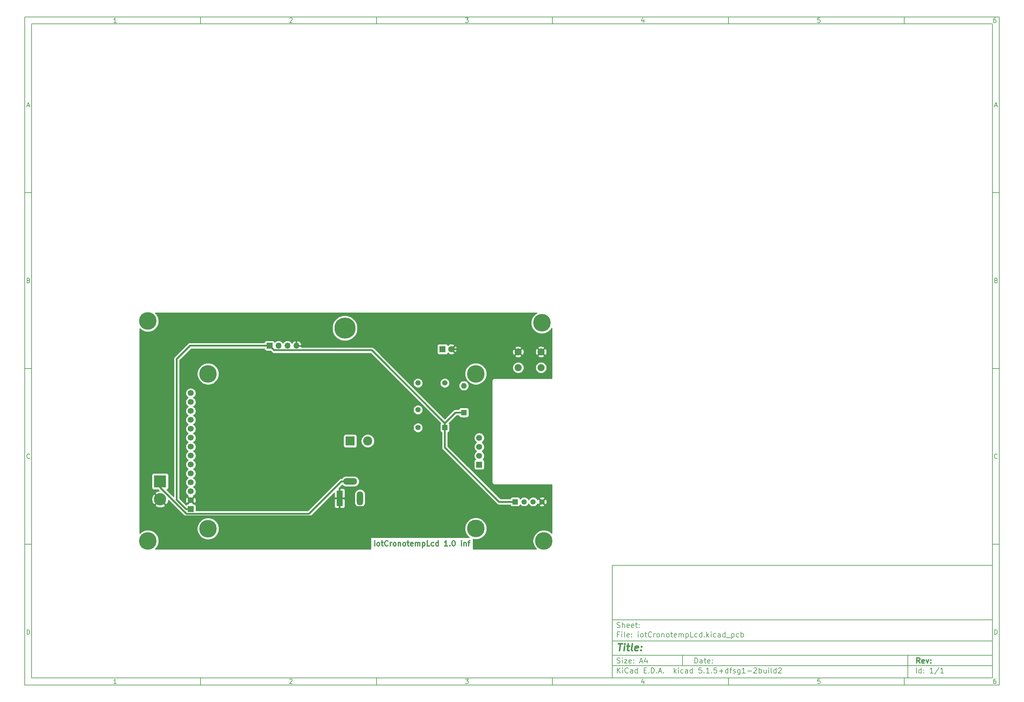
<source format=gbr>
%TF.GenerationSoftware,KiCad,Pcbnew,5.1.5+dfsg1-2build2*%
%TF.CreationDate,2021-01-19T23:04:30+01:00*%
%TF.ProjectId,iotCronotempLcd,696f7443-726f-46e6-9f74-656d704c6364,rev?*%
%TF.SameCoordinates,Original*%
%TF.FileFunction,Copper,L2,Bot*%
%TF.FilePolarity,Positive*%
%FSLAX46Y46*%
G04 Gerber Fmt 4.6, Leading zero omitted, Abs format (unit mm)*
G04 Created by KiCad (PCBNEW 5.1.5+dfsg1-2build2) date 2021-01-19 23:04:30*
%MOMM*%
%LPD*%
G04 APERTURE LIST*
%ADD10C,0.100000*%
%ADD11C,0.150000*%
%ADD12C,0.300000*%
%ADD13C,0.400000*%
%TA.AperFunction,NonConductor*%
%ADD14C,0.300000*%
%TD*%
%TA.AperFunction,ComponentPad*%
%ADD15C,1.700000*%
%TD*%
%TA.AperFunction,ComponentPad*%
%ADD16R,1.700000X1.700000*%
%TD*%
%TA.AperFunction,ComponentPad*%
%ADD17C,3.000000*%
%TD*%
%TA.AperFunction,ComponentPad*%
%ADD18C,2.700000*%
%TD*%
%TA.AperFunction,ComponentPad*%
%ADD19C,2.600000*%
%TD*%
%TA.AperFunction,ComponentPad*%
%ADD20R,2.600000X2.600000*%
%TD*%
%TA.AperFunction,ComponentPad*%
%ADD21C,1.500000*%
%TD*%
%TA.AperFunction,ComponentPad*%
%ADD22R,1.500000X1.500000*%
%TD*%
%TA.AperFunction,ComponentPad*%
%ADD23O,1.700000X1.700000*%
%TD*%
%TA.AperFunction,ComponentPad*%
%ADD24O,1.600000X1.600000*%
%TD*%
%TA.AperFunction,ComponentPad*%
%ADD25R,1.600000X1.600000*%
%TD*%
%TA.AperFunction,ComponentPad*%
%ADD26C,1.800000*%
%TD*%
%TA.AperFunction,ComponentPad*%
%ADD27R,1.800000X1.800000*%
%TD*%
%TA.AperFunction,ComponentPad*%
%ADD28C,1.501140*%
%TD*%
%TA.AperFunction,ComponentPad*%
%ADD29R,1.501140X1.501140*%
%TD*%
%TA.AperFunction,ComponentPad*%
%ADD30C,2.000000*%
%TD*%
%TA.AperFunction,ComponentPad*%
%ADD31C,3.500120*%
%TD*%
%TA.AperFunction,ComponentPad*%
%ADD32R,3.500120X3.500120*%
%TD*%
%TA.AperFunction,ComponentPad*%
%ADD33R,1.800000X4.400000*%
%TD*%
%TA.AperFunction,ComponentPad*%
%ADD34O,1.800000X4.000000*%
%TD*%
%TA.AperFunction,ComponentPad*%
%ADD35O,4.000000X1.800000*%
%TD*%
%TA.AperFunction,ViaPad*%
%ADD36C,5.000000*%
%TD*%
%TA.AperFunction,ViaPad*%
%ADD37C,6.000000*%
%TD*%
%TA.AperFunction,Conductor*%
%ADD38C,0.500000*%
%TD*%
%TA.AperFunction,Conductor*%
%ADD39C,0.254000*%
%TD*%
G04 APERTURE END LIST*
D10*
D11*
X177002200Y-166007200D02*
X177002200Y-198007200D01*
X285002200Y-198007200D01*
X285002200Y-166007200D01*
X177002200Y-166007200D01*
D10*
D11*
X10000000Y-10000000D02*
X10000000Y-200007200D01*
X287002200Y-200007200D01*
X287002200Y-10000000D01*
X10000000Y-10000000D01*
D10*
D11*
X12000000Y-12000000D02*
X12000000Y-198007200D01*
X285002200Y-198007200D01*
X285002200Y-12000000D01*
X12000000Y-12000000D01*
D10*
D11*
X60000000Y-12000000D02*
X60000000Y-10000000D01*
D10*
D11*
X110000000Y-12000000D02*
X110000000Y-10000000D01*
D10*
D11*
X160000000Y-12000000D02*
X160000000Y-10000000D01*
D10*
D11*
X210000000Y-12000000D02*
X210000000Y-10000000D01*
D10*
D11*
X260000000Y-12000000D02*
X260000000Y-10000000D01*
D10*
D11*
X36065476Y-11588095D02*
X35322619Y-11588095D01*
X35694047Y-11588095D02*
X35694047Y-10288095D01*
X35570238Y-10473809D01*
X35446428Y-10597619D01*
X35322619Y-10659523D01*
D10*
D11*
X85322619Y-10411904D02*
X85384523Y-10350000D01*
X85508333Y-10288095D01*
X85817857Y-10288095D01*
X85941666Y-10350000D01*
X86003571Y-10411904D01*
X86065476Y-10535714D01*
X86065476Y-10659523D01*
X86003571Y-10845238D01*
X85260714Y-11588095D01*
X86065476Y-11588095D01*
D10*
D11*
X135260714Y-10288095D02*
X136065476Y-10288095D01*
X135632142Y-10783333D01*
X135817857Y-10783333D01*
X135941666Y-10845238D01*
X136003571Y-10907142D01*
X136065476Y-11030952D01*
X136065476Y-11340476D01*
X136003571Y-11464285D01*
X135941666Y-11526190D01*
X135817857Y-11588095D01*
X135446428Y-11588095D01*
X135322619Y-11526190D01*
X135260714Y-11464285D01*
D10*
D11*
X185941666Y-10721428D02*
X185941666Y-11588095D01*
X185632142Y-10226190D02*
X185322619Y-11154761D01*
X186127380Y-11154761D01*
D10*
D11*
X236003571Y-10288095D02*
X235384523Y-10288095D01*
X235322619Y-10907142D01*
X235384523Y-10845238D01*
X235508333Y-10783333D01*
X235817857Y-10783333D01*
X235941666Y-10845238D01*
X236003571Y-10907142D01*
X236065476Y-11030952D01*
X236065476Y-11340476D01*
X236003571Y-11464285D01*
X235941666Y-11526190D01*
X235817857Y-11588095D01*
X235508333Y-11588095D01*
X235384523Y-11526190D01*
X235322619Y-11464285D01*
D10*
D11*
X285941666Y-10288095D02*
X285694047Y-10288095D01*
X285570238Y-10350000D01*
X285508333Y-10411904D01*
X285384523Y-10597619D01*
X285322619Y-10845238D01*
X285322619Y-11340476D01*
X285384523Y-11464285D01*
X285446428Y-11526190D01*
X285570238Y-11588095D01*
X285817857Y-11588095D01*
X285941666Y-11526190D01*
X286003571Y-11464285D01*
X286065476Y-11340476D01*
X286065476Y-11030952D01*
X286003571Y-10907142D01*
X285941666Y-10845238D01*
X285817857Y-10783333D01*
X285570238Y-10783333D01*
X285446428Y-10845238D01*
X285384523Y-10907142D01*
X285322619Y-11030952D01*
D10*
D11*
X60000000Y-198007200D02*
X60000000Y-200007200D01*
D10*
D11*
X110000000Y-198007200D02*
X110000000Y-200007200D01*
D10*
D11*
X160000000Y-198007200D02*
X160000000Y-200007200D01*
D10*
D11*
X210000000Y-198007200D02*
X210000000Y-200007200D01*
D10*
D11*
X260000000Y-198007200D02*
X260000000Y-200007200D01*
D10*
D11*
X36065476Y-199595295D02*
X35322619Y-199595295D01*
X35694047Y-199595295D02*
X35694047Y-198295295D01*
X35570238Y-198481009D01*
X35446428Y-198604819D01*
X35322619Y-198666723D01*
D10*
D11*
X85322619Y-198419104D02*
X85384523Y-198357200D01*
X85508333Y-198295295D01*
X85817857Y-198295295D01*
X85941666Y-198357200D01*
X86003571Y-198419104D01*
X86065476Y-198542914D01*
X86065476Y-198666723D01*
X86003571Y-198852438D01*
X85260714Y-199595295D01*
X86065476Y-199595295D01*
D10*
D11*
X135260714Y-198295295D02*
X136065476Y-198295295D01*
X135632142Y-198790533D01*
X135817857Y-198790533D01*
X135941666Y-198852438D01*
X136003571Y-198914342D01*
X136065476Y-199038152D01*
X136065476Y-199347676D01*
X136003571Y-199471485D01*
X135941666Y-199533390D01*
X135817857Y-199595295D01*
X135446428Y-199595295D01*
X135322619Y-199533390D01*
X135260714Y-199471485D01*
D10*
D11*
X185941666Y-198728628D02*
X185941666Y-199595295D01*
X185632142Y-198233390D02*
X185322619Y-199161961D01*
X186127380Y-199161961D01*
D10*
D11*
X236003571Y-198295295D02*
X235384523Y-198295295D01*
X235322619Y-198914342D01*
X235384523Y-198852438D01*
X235508333Y-198790533D01*
X235817857Y-198790533D01*
X235941666Y-198852438D01*
X236003571Y-198914342D01*
X236065476Y-199038152D01*
X236065476Y-199347676D01*
X236003571Y-199471485D01*
X235941666Y-199533390D01*
X235817857Y-199595295D01*
X235508333Y-199595295D01*
X235384523Y-199533390D01*
X235322619Y-199471485D01*
D10*
D11*
X285941666Y-198295295D02*
X285694047Y-198295295D01*
X285570238Y-198357200D01*
X285508333Y-198419104D01*
X285384523Y-198604819D01*
X285322619Y-198852438D01*
X285322619Y-199347676D01*
X285384523Y-199471485D01*
X285446428Y-199533390D01*
X285570238Y-199595295D01*
X285817857Y-199595295D01*
X285941666Y-199533390D01*
X286003571Y-199471485D01*
X286065476Y-199347676D01*
X286065476Y-199038152D01*
X286003571Y-198914342D01*
X285941666Y-198852438D01*
X285817857Y-198790533D01*
X285570238Y-198790533D01*
X285446428Y-198852438D01*
X285384523Y-198914342D01*
X285322619Y-199038152D01*
D10*
D11*
X10000000Y-60000000D02*
X12000000Y-60000000D01*
D10*
D11*
X10000000Y-110000000D02*
X12000000Y-110000000D01*
D10*
D11*
X10000000Y-160000000D02*
X12000000Y-160000000D01*
D10*
D11*
X10690476Y-35216666D02*
X11309523Y-35216666D01*
X10566666Y-35588095D02*
X11000000Y-34288095D01*
X11433333Y-35588095D01*
D10*
D11*
X11092857Y-84907142D02*
X11278571Y-84969047D01*
X11340476Y-85030952D01*
X11402380Y-85154761D01*
X11402380Y-85340476D01*
X11340476Y-85464285D01*
X11278571Y-85526190D01*
X11154761Y-85588095D01*
X10659523Y-85588095D01*
X10659523Y-84288095D01*
X11092857Y-84288095D01*
X11216666Y-84350000D01*
X11278571Y-84411904D01*
X11340476Y-84535714D01*
X11340476Y-84659523D01*
X11278571Y-84783333D01*
X11216666Y-84845238D01*
X11092857Y-84907142D01*
X10659523Y-84907142D01*
D10*
D11*
X11402380Y-135464285D02*
X11340476Y-135526190D01*
X11154761Y-135588095D01*
X11030952Y-135588095D01*
X10845238Y-135526190D01*
X10721428Y-135402380D01*
X10659523Y-135278571D01*
X10597619Y-135030952D01*
X10597619Y-134845238D01*
X10659523Y-134597619D01*
X10721428Y-134473809D01*
X10845238Y-134350000D01*
X11030952Y-134288095D01*
X11154761Y-134288095D01*
X11340476Y-134350000D01*
X11402380Y-134411904D01*
D10*
D11*
X10659523Y-185588095D02*
X10659523Y-184288095D01*
X10969047Y-184288095D01*
X11154761Y-184350000D01*
X11278571Y-184473809D01*
X11340476Y-184597619D01*
X11402380Y-184845238D01*
X11402380Y-185030952D01*
X11340476Y-185278571D01*
X11278571Y-185402380D01*
X11154761Y-185526190D01*
X10969047Y-185588095D01*
X10659523Y-185588095D01*
D10*
D11*
X287002200Y-60000000D02*
X285002200Y-60000000D01*
D10*
D11*
X287002200Y-110000000D02*
X285002200Y-110000000D01*
D10*
D11*
X287002200Y-160000000D02*
X285002200Y-160000000D01*
D10*
D11*
X285692676Y-35216666D02*
X286311723Y-35216666D01*
X285568866Y-35588095D02*
X286002200Y-34288095D01*
X286435533Y-35588095D01*
D10*
D11*
X286095057Y-84907142D02*
X286280771Y-84969047D01*
X286342676Y-85030952D01*
X286404580Y-85154761D01*
X286404580Y-85340476D01*
X286342676Y-85464285D01*
X286280771Y-85526190D01*
X286156961Y-85588095D01*
X285661723Y-85588095D01*
X285661723Y-84288095D01*
X286095057Y-84288095D01*
X286218866Y-84350000D01*
X286280771Y-84411904D01*
X286342676Y-84535714D01*
X286342676Y-84659523D01*
X286280771Y-84783333D01*
X286218866Y-84845238D01*
X286095057Y-84907142D01*
X285661723Y-84907142D01*
D10*
D11*
X286404580Y-135464285D02*
X286342676Y-135526190D01*
X286156961Y-135588095D01*
X286033152Y-135588095D01*
X285847438Y-135526190D01*
X285723628Y-135402380D01*
X285661723Y-135278571D01*
X285599819Y-135030952D01*
X285599819Y-134845238D01*
X285661723Y-134597619D01*
X285723628Y-134473809D01*
X285847438Y-134350000D01*
X286033152Y-134288095D01*
X286156961Y-134288095D01*
X286342676Y-134350000D01*
X286404580Y-134411904D01*
D10*
D11*
X285661723Y-185588095D02*
X285661723Y-184288095D01*
X285971247Y-184288095D01*
X286156961Y-184350000D01*
X286280771Y-184473809D01*
X286342676Y-184597619D01*
X286404580Y-184845238D01*
X286404580Y-185030952D01*
X286342676Y-185278571D01*
X286280771Y-185402380D01*
X286156961Y-185526190D01*
X285971247Y-185588095D01*
X285661723Y-185588095D01*
D10*
D11*
X200434342Y-193785771D02*
X200434342Y-192285771D01*
X200791485Y-192285771D01*
X201005771Y-192357200D01*
X201148628Y-192500057D01*
X201220057Y-192642914D01*
X201291485Y-192928628D01*
X201291485Y-193142914D01*
X201220057Y-193428628D01*
X201148628Y-193571485D01*
X201005771Y-193714342D01*
X200791485Y-193785771D01*
X200434342Y-193785771D01*
X202577200Y-193785771D02*
X202577200Y-193000057D01*
X202505771Y-192857200D01*
X202362914Y-192785771D01*
X202077200Y-192785771D01*
X201934342Y-192857200D01*
X202577200Y-193714342D02*
X202434342Y-193785771D01*
X202077200Y-193785771D01*
X201934342Y-193714342D01*
X201862914Y-193571485D01*
X201862914Y-193428628D01*
X201934342Y-193285771D01*
X202077200Y-193214342D01*
X202434342Y-193214342D01*
X202577200Y-193142914D01*
X203077200Y-192785771D02*
X203648628Y-192785771D01*
X203291485Y-192285771D02*
X203291485Y-193571485D01*
X203362914Y-193714342D01*
X203505771Y-193785771D01*
X203648628Y-193785771D01*
X204720057Y-193714342D02*
X204577200Y-193785771D01*
X204291485Y-193785771D01*
X204148628Y-193714342D01*
X204077200Y-193571485D01*
X204077200Y-193000057D01*
X204148628Y-192857200D01*
X204291485Y-192785771D01*
X204577200Y-192785771D01*
X204720057Y-192857200D01*
X204791485Y-193000057D01*
X204791485Y-193142914D01*
X204077200Y-193285771D01*
X205434342Y-193642914D02*
X205505771Y-193714342D01*
X205434342Y-193785771D01*
X205362914Y-193714342D01*
X205434342Y-193642914D01*
X205434342Y-193785771D01*
X205434342Y-192857200D02*
X205505771Y-192928628D01*
X205434342Y-193000057D01*
X205362914Y-192928628D01*
X205434342Y-192857200D01*
X205434342Y-193000057D01*
D10*
D11*
X177002200Y-194507200D02*
X285002200Y-194507200D01*
D10*
D11*
X178434342Y-196585771D02*
X178434342Y-195085771D01*
X179291485Y-196585771D02*
X178648628Y-195728628D01*
X179291485Y-195085771D02*
X178434342Y-195942914D01*
X179934342Y-196585771D02*
X179934342Y-195585771D01*
X179934342Y-195085771D02*
X179862914Y-195157200D01*
X179934342Y-195228628D01*
X180005771Y-195157200D01*
X179934342Y-195085771D01*
X179934342Y-195228628D01*
X181505771Y-196442914D02*
X181434342Y-196514342D01*
X181220057Y-196585771D01*
X181077200Y-196585771D01*
X180862914Y-196514342D01*
X180720057Y-196371485D01*
X180648628Y-196228628D01*
X180577200Y-195942914D01*
X180577200Y-195728628D01*
X180648628Y-195442914D01*
X180720057Y-195300057D01*
X180862914Y-195157200D01*
X181077200Y-195085771D01*
X181220057Y-195085771D01*
X181434342Y-195157200D01*
X181505771Y-195228628D01*
X182791485Y-196585771D02*
X182791485Y-195800057D01*
X182720057Y-195657200D01*
X182577200Y-195585771D01*
X182291485Y-195585771D01*
X182148628Y-195657200D01*
X182791485Y-196514342D02*
X182648628Y-196585771D01*
X182291485Y-196585771D01*
X182148628Y-196514342D01*
X182077200Y-196371485D01*
X182077200Y-196228628D01*
X182148628Y-196085771D01*
X182291485Y-196014342D01*
X182648628Y-196014342D01*
X182791485Y-195942914D01*
X184148628Y-196585771D02*
X184148628Y-195085771D01*
X184148628Y-196514342D02*
X184005771Y-196585771D01*
X183720057Y-196585771D01*
X183577200Y-196514342D01*
X183505771Y-196442914D01*
X183434342Y-196300057D01*
X183434342Y-195871485D01*
X183505771Y-195728628D01*
X183577200Y-195657200D01*
X183720057Y-195585771D01*
X184005771Y-195585771D01*
X184148628Y-195657200D01*
X186005771Y-195800057D02*
X186505771Y-195800057D01*
X186720057Y-196585771D02*
X186005771Y-196585771D01*
X186005771Y-195085771D01*
X186720057Y-195085771D01*
X187362914Y-196442914D02*
X187434342Y-196514342D01*
X187362914Y-196585771D01*
X187291485Y-196514342D01*
X187362914Y-196442914D01*
X187362914Y-196585771D01*
X188077200Y-196585771D02*
X188077200Y-195085771D01*
X188434342Y-195085771D01*
X188648628Y-195157200D01*
X188791485Y-195300057D01*
X188862914Y-195442914D01*
X188934342Y-195728628D01*
X188934342Y-195942914D01*
X188862914Y-196228628D01*
X188791485Y-196371485D01*
X188648628Y-196514342D01*
X188434342Y-196585771D01*
X188077200Y-196585771D01*
X189577200Y-196442914D02*
X189648628Y-196514342D01*
X189577200Y-196585771D01*
X189505771Y-196514342D01*
X189577200Y-196442914D01*
X189577200Y-196585771D01*
X190220057Y-196157200D02*
X190934342Y-196157200D01*
X190077200Y-196585771D02*
X190577200Y-195085771D01*
X191077200Y-196585771D01*
X191577200Y-196442914D02*
X191648628Y-196514342D01*
X191577200Y-196585771D01*
X191505771Y-196514342D01*
X191577200Y-196442914D01*
X191577200Y-196585771D01*
X194577200Y-196585771D02*
X194577200Y-195085771D01*
X194720057Y-196014342D02*
X195148628Y-196585771D01*
X195148628Y-195585771D02*
X194577200Y-196157200D01*
X195791485Y-196585771D02*
X195791485Y-195585771D01*
X195791485Y-195085771D02*
X195720057Y-195157200D01*
X195791485Y-195228628D01*
X195862914Y-195157200D01*
X195791485Y-195085771D01*
X195791485Y-195228628D01*
X197148628Y-196514342D02*
X197005771Y-196585771D01*
X196720057Y-196585771D01*
X196577200Y-196514342D01*
X196505771Y-196442914D01*
X196434342Y-196300057D01*
X196434342Y-195871485D01*
X196505771Y-195728628D01*
X196577200Y-195657200D01*
X196720057Y-195585771D01*
X197005771Y-195585771D01*
X197148628Y-195657200D01*
X198434342Y-196585771D02*
X198434342Y-195800057D01*
X198362914Y-195657200D01*
X198220057Y-195585771D01*
X197934342Y-195585771D01*
X197791485Y-195657200D01*
X198434342Y-196514342D02*
X198291485Y-196585771D01*
X197934342Y-196585771D01*
X197791485Y-196514342D01*
X197720057Y-196371485D01*
X197720057Y-196228628D01*
X197791485Y-196085771D01*
X197934342Y-196014342D01*
X198291485Y-196014342D01*
X198434342Y-195942914D01*
X199791485Y-196585771D02*
X199791485Y-195085771D01*
X199791485Y-196514342D02*
X199648628Y-196585771D01*
X199362914Y-196585771D01*
X199220057Y-196514342D01*
X199148628Y-196442914D01*
X199077200Y-196300057D01*
X199077200Y-195871485D01*
X199148628Y-195728628D01*
X199220057Y-195657200D01*
X199362914Y-195585771D01*
X199648628Y-195585771D01*
X199791485Y-195657200D01*
X202362914Y-195085771D02*
X201648628Y-195085771D01*
X201577200Y-195800057D01*
X201648628Y-195728628D01*
X201791485Y-195657200D01*
X202148628Y-195657200D01*
X202291485Y-195728628D01*
X202362914Y-195800057D01*
X202434342Y-195942914D01*
X202434342Y-196300057D01*
X202362914Y-196442914D01*
X202291485Y-196514342D01*
X202148628Y-196585771D01*
X201791485Y-196585771D01*
X201648628Y-196514342D01*
X201577200Y-196442914D01*
X203077200Y-196442914D02*
X203148628Y-196514342D01*
X203077200Y-196585771D01*
X203005771Y-196514342D01*
X203077200Y-196442914D01*
X203077200Y-196585771D01*
X204577200Y-196585771D02*
X203720057Y-196585771D01*
X204148628Y-196585771D02*
X204148628Y-195085771D01*
X204005771Y-195300057D01*
X203862914Y-195442914D01*
X203720057Y-195514342D01*
X205220057Y-196442914D02*
X205291485Y-196514342D01*
X205220057Y-196585771D01*
X205148628Y-196514342D01*
X205220057Y-196442914D01*
X205220057Y-196585771D01*
X206648628Y-195085771D02*
X205934342Y-195085771D01*
X205862914Y-195800057D01*
X205934342Y-195728628D01*
X206077200Y-195657200D01*
X206434342Y-195657200D01*
X206577200Y-195728628D01*
X206648628Y-195800057D01*
X206720057Y-195942914D01*
X206720057Y-196300057D01*
X206648628Y-196442914D01*
X206577200Y-196514342D01*
X206434342Y-196585771D01*
X206077200Y-196585771D01*
X205934342Y-196514342D01*
X205862914Y-196442914D01*
X207362914Y-196014342D02*
X208505771Y-196014342D01*
X207934342Y-196585771D02*
X207934342Y-195442914D01*
X209862914Y-196585771D02*
X209862914Y-195085771D01*
X209862914Y-196514342D02*
X209720057Y-196585771D01*
X209434342Y-196585771D01*
X209291485Y-196514342D01*
X209220057Y-196442914D01*
X209148628Y-196300057D01*
X209148628Y-195871485D01*
X209220057Y-195728628D01*
X209291485Y-195657200D01*
X209434342Y-195585771D01*
X209720057Y-195585771D01*
X209862914Y-195657200D01*
X210362914Y-195585771D02*
X210934342Y-195585771D01*
X210577200Y-196585771D02*
X210577200Y-195300057D01*
X210648628Y-195157200D01*
X210791485Y-195085771D01*
X210934342Y-195085771D01*
X211362914Y-196514342D02*
X211505771Y-196585771D01*
X211791485Y-196585771D01*
X211934342Y-196514342D01*
X212005771Y-196371485D01*
X212005771Y-196300057D01*
X211934342Y-196157200D01*
X211791485Y-196085771D01*
X211577200Y-196085771D01*
X211434342Y-196014342D01*
X211362914Y-195871485D01*
X211362914Y-195800057D01*
X211434342Y-195657200D01*
X211577200Y-195585771D01*
X211791485Y-195585771D01*
X211934342Y-195657200D01*
X213291485Y-195585771D02*
X213291485Y-196800057D01*
X213220057Y-196942914D01*
X213148628Y-197014342D01*
X213005771Y-197085771D01*
X212791485Y-197085771D01*
X212648628Y-197014342D01*
X213291485Y-196514342D02*
X213148628Y-196585771D01*
X212862914Y-196585771D01*
X212720057Y-196514342D01*
X212648628Y-196442914D01*
X212577200Y-196300057D01*
X212577200Y-195871485D01*
X212648628Y-195728628D01*
X212720057Y-195657200D01*
X212862914Y-195585771D01*
X213148628Y-195585771D01*
X213291485Y-195657200D01*
X214791485Y-196585771D02*
X213934342Y-196585771D01*
X214362914Y-196585771D02*
X214362914Y-195085771D01*
X214220057Y-195300057D01*
X214077200Y-195442914D01*
X213934342Y-195514342D01*
X215434342Y-196014342D02*
X216577200Y-196014342D01*
X217220057Y-195228628D02*
X217291485Y-195157200D01*
X217434342Y-195085771D01*
X217791485Y-195085771D01*
X217934342Y-195157200D01*
X218005771Y-195228628D01*
X218077200Y-195371485D01*
X218077200Y-195514342D01*
X218005771Y-195728628D01*
X217148628Y-196585771D01*
X218077200Y-196585771D01*
X218720057Y-196585771D02*
X218720057Y-195085771D01*
X218720057Y-195657200D02*
X218862914Y-195585771D01*
X219148628Y-195585771D01*
X219291485Y-195657200D01*
X219362914Y-195728628D01*
X219434342Y-195871485D01*
X219434342Y-196300057D01*
X219362914Y-196442914D01*
X219291485Y-196514342D01*
X219148628Y-196585771D01*
X218862914Y-196585771D01*
X218720057Y-196514342D01*
X220720057Y-195585771D02*
X220720057Y-196585771D01*
X220077200Y-195585771D02*
X220077200Y-196371485D01*
X220148628Y-196514342D01*
X220291485Y-196585771D01*
X220505771Y-196585771D01*
X220648628Y-196514342D01*
X220720057Y-196442914D01*
X221434342Y-196585771D02*
X221434342Y-195585771D01*
X221434342Y-195085771D02*
X221362914Y-195157200D01*
X221434342Y-195228628D01*
X221505771Y-195157200D01*
X221434342Y-195085771D01*
X221434342Y-195228628D01*
X222362914Y-196585771D02*
X222220057Y-196514342D01*
X222148628Y-196371485D01*
X222148628Y-195085771D01*
X223577200Y-196585771D02*
X223577200Y-195085771D01*
X223577200Y-196514342D02*
X223434342Y-196585771D01*
X223148628Y-196585771D01*
X223005771Y-196514342D01*
X222934342Y-196442914D01*
X222862914Y-196300057D01*
X222862914Y-195871485D01*
X222934342Y-195728628D01*
X223005771Y-195657200D01*
X223148628Y-195585771D01*
X223434342Y-195585771D01*
X223577200Y-195657200D01*
X224220057Y-195228628D02*
X224291485Y-195157200D01*
X224434342Y-195085771D01*
X224791485Y-195085771D01*
X224934342Y-195157200D01*
X225005771Y-195228628D01*
X225077200Y-195371485D01*
X225077200Y-195514342D01*
X225005771Y-195728628D01*
X224148628Y-196585771D01*
X225077200Y-196585771D01*
D10*
D11*
X177002200Y-191507200D02*
X285002200Y-191507200D01*
D10*
D12*
X264411485Y-193785771D02*
X263911485Y-193071485D01*
X263554342Y-193785771D02*
X263554342Y-192285771D01*
X264125771Y-192285771D01*
X264268628Y-192357200D01*
X264340057Y-192428628D01*
X264411485Y-192571485D01*
X264411485Y-192785771D01*
X264340057Y-192928628D01*
X264268628Y-193000057D01*
X264125771Y-193071485D01*
X263554342Y-193071485D01*
X265625771Y-193714342D02*
X265482914Y-193785771D01*
X265197200Y-193785771D01*
X265054342Y-193714342D01*
X264982914Y-193571485D01*
X264982914Y-193000057D01*
X265054342Y-192857200D01*
X265197200Y-192785771D01*
X265482914Y-192785771D01*
X265625771Y-192857200D01*
X265697200Y-193000057D01*
X265697200Y-193142914D01*
X264982914Y-193285771D01*
X266197200Y-192785771D02*
X266554342Y-193785771D01*
X266911485Y-192785771D01*
X267482914Y-193642914D02*
X267554342Y-193714342D01*
X267482914Y-193785771D01*
X267411485Y-193714342D01*
X267482914Y-193642914D01*
X267482914Y-193785771D01*
X267482914Y-192857200D02*
X267554342Y-192928628D01*
X267482914Y-193000057D01*
X267411485Y-192928628D01*
X267482914Y-192857200D01*
X267482914Y-193000057D01*
D10*
D11*
X178362914Y-193714342D02*
X178577200Y-193785771D01*
X178934342Y-193785771D01*
X179077200Y-193714342D01*
X179148628Y-193642914D01*
X179220057Y-193500057D01*
X179220057Y-193357200D01*
X179148628Y-193214342D01*
X179077200Y-193142914D01*
X178934342Y-193071485D01*
X178648628Y-193000057D01*
X178505771Y-192928628D01*
X178434342Y-192857200D01*
X178362914Y-192714342D01*
X178362914Y-192571485D01*
X178434342Y-192428628D01*
X178505771Y-192357200D01*
X178648628Y-192285771D01*
X179005771Y-192285771D01*
X179220057Y-192357200D01*
X179862914Y-193785771D02*
X179862914Y-192785771D01*
X179862914Y-192285771D02*
X179791485Y-192357200D01*
X179862914Y-192428628D01*
X179934342Y-192357200D01*
X179862914Y-192285771D01*
X179862914Y-192428628D01*
X180434342Y-192785771D02*
X181220057Y-192785771D01*
X180434342Y-193785771D01*
X181220057Y-193785771D01*
X182362914Y-193714342D02*
X182220057Y-193785771D01*
X181934342Y-193785771D01*
X181791485Y-193714342D01*
X181720057Y-193571485D01*
X181720057Y-193000057D01*
X181791485Y-192857200D01*
X181934342Y-192785771D01*
X182220057Y-192785771D01*
X182362914Y-192857200D01*
X182434342Y-193000057D01*
X182434342Y-193142914D01*
X181720057Y-193285771D01*
X183077200Y-193642914D02*
X183148628Y-193714342D01*
X183077200Y-193785771D01*
X183005771Y-193714342D01*
X183077200Y-193642914D01*
X183077200Y-193785771D01*
X183077200Y-192857200D02*
X183148628Y-192928628D01*
X183077200Y-193000057D01*
X183005771Y-192928628D01*
X183077200Y-192857200D01*
X183077200Y-193000057D01*
X184862914Y-193357200D02*
X185577200Y-193357200D01*
X184720057Y-193785771D02*
X185220057Y-192285771D01*
X185720057Y-193785771D01*
X186862914Y-192785771D02*
X186862914Y-193785771D01*
X186505771Y-192214342D02*
X186148628Y-193285771D01*
X187077200Y-193285771D01*
D10*
D11*
X263434342Y-196585771D02*
X263434342Y-195085771D01*
X264791485Y-196585771D02*
X264791485Y-195085771D01*
X264791485Y-196514342D02*
X264648628Y-196585771D01*
X264362914Y-196585771D01*
X264220057Y-196514342D01*
X264148628Y-196442914D01*
X264077200Y-196300057D01*
X264077200Y-195871485D01*
X264148628Y-195728628D01*
X264220057Y-195657200D01*
X264362914Y-195585771D01*
X264648628Y-195585771D01*
X264791485Y-195657200D01*
X265505771Y-196442914D02*
X265577200Y-196514342D01*
X265505771Y-196585771D01*
X265434342Y-196514342D01*
X265505771Y-196442914D01*
X265505771Y-196585771D01*
X265505771Y-195657200D02*
X265577200Y-195728628D01*
X265505771Y-195800057D01*
X265434342Y-195728628D01*
X265505771Y-195657200D01*
X265505771Y-195800057D01*
X268148628Y-196585771D02*
X267291485Y-196585771D01*
X267720057Y-196585771D02*
X267720057Y-195085771D01*
X267577200Y-195300057D01*
X267434342Y-195442914D01*
X267291485Y-195514342D01*
X269862914Y-195014342D02*
X268577200Y-196942914D01*
X271148628Y-196585771D02*
X270291485Y-196585771D01*
X270720057Y-196585771D02*
X270720057Y-195085771D01*
X270577200Y-195300057D01*
X270434342Y-195442914D01*
X270291485Y-195514342D01*
D10*
D11*
X177002200Y-187507200D02*
X285002200Y-187507200D01*
D10*
D13*
X178714580Y-188211961D02*
X179857438Y-188211961D01*
X179036009Y-190211961D02*
X179286009Y-188211961D01*
X180274104Y-190211961D02*
X180440771Y-188878628D01*
X180524104Y-188211961D02*
X180416961Y-188307200D01*
X180500295Y-188402438D01*
X180607438Y-188307200D01*
X180524104Y-188211961D01*
X180500295Y-188402438D01*
X181107438Y-188878628D02*
X181869342Y-188878628D01*
X181476485Y-188211961D02*
X181262200Y-189926247D01*
X181333628Y-190116723D01*
X181512200Y-190211961D01*
X181702676Y-190211961D01*
X182655057Y-190211961D02*
X182476485Y-190116723D01*
X182405057Y-189926247D01*
X182619342Y-188211961D01*
X184190771Y-190116723D02*
X183988390Y-190211961D01*
X183607438Y-190211961D01*
X183428866Y-190116723D01*
X183357438Y-189926247D01*
X183452676Y-189164342D01*
X183571723Y-188973866D01*
X183774104Y-188878628D01*
X184155057Y-188878628D01*
X184333628Y-188973866D01*
X184405057Y-189164342D01*
X184381247Y-189354819D01*
X183405057Y-189545295D01*
X185155057Y-190021485D02*
X185238390Y-190116723D01*
X185131247Y-190211961D01*
X185047914Y-190116723D01*
X185155057Y-190021485D01*
X185131247Y-190211961D01*
X185286009Y-188973866D02*
X185369342Y-189069104D01*
X185262200Y-189164342D01*
X185178866Y-189069104D01*
X185286009Y-188973866D01*
X185262200Y-189164342D01*
D10*
D11*
X178934342Y-185600057D02*
X178434342Y-185600057D01*
X178434342Y-186385771D02*
X178434342Y-184885771D01*
X179148628Y-184885771D01*
X179720057Y-186385771D02*
X179720057Y-185385771D01*
X179720057Y-184885771D02*
X179648628Y-184957200D01*
X179720057Y-185028628D01*
X179791485Y-184957200D01*
X179720057Y-184885771D01*
X179720057Y-185028628D01*
X180648628Y-186385771D02*
X180505771Y-186314342D01*
X180434342Y-186171485D01*
X180434342Y-184885771D01*
X181791485Y-186314342D02*
X181648628Y-186385771D01*
X181362914Y-186385771D01*
X181220057Y-186314342D01*
X181148628Y-186171485D01*
X181148628Y-185600057D01*
X181220057Y-185457200D01*
X181362914Y-185385771D01*
X181648628Y-185385771D01*
X181791485Y-185457200D01*
X181862914Y-185600057D01*
X181862914Y-185742914D01*
X181148628Y-185885771D01*
X182505771Y-186242914D02*
X182577200Y-186314342D01*
X182505771Y-186385771D01*
X182434342Y-186314342D01*
X182505771Y-186242914D01*
X182505771Y-186385771D01*
X182505771Y-185457200D02*
X182577200Y-185528628D01*
X182505771Y-185600057D01*
X182434342Y-185528628D01*
X182505771Y-185457200D01*
X182505771Y-185600057D01*
X184362914Y-186385771D02*
X184362914Y-185385771D01*
X184362914Y-184885771D02*
X184291485Y-184957200D01*
X184362914Y-185028628D01*
X184434342Y-184957200D01*
X184362914Y-184885771D01*
X184362914Y-185028628D01*
X185291485Y-186385771D02*
X185148628Y-186314342D01*
X185077200Y-186242914D01*
X185005771Y-186100057D01*
X185005771Y-185671485D01*
X185077200Y-185528628D01*
X185148628Y-185457200D01*
X185291485Y-185385771D01*
X185505771Y-185385771D01*
X185648628Y-185457200D01*
X185720057Y-185528628D01*
X185791485Y-185671485D01*
X185791485Y-186100057D01*
X185720057Y-186242914D01*
X185648628Y-186314342D01*
X185505771Y-186385771D01*
X185291485Y-186385771D01*
X186220057Y-185385771D02*
X186791485Y-185385771D01*
X186434342Y-184885771D02*
X186434342Y-186171485D01*
X186505771Y-186314342D01*
X186648628Y-186385771D01*
X186791485Y-186385771D01*
X188148628Y-186242914D02*
X188077200Y-186314342D01*
X187862914Y-186385771D01*
X187720057Y-186385771D01*
X187505771Y-186314342D01*
X187362914Y-186171485D01*
X187291485Y-186028628D01*
X187220057Y-185742914D01*
X187220057Y-185528628D01*
X187291485Y-185242914D01*
X187362914Y-185100057D01*
X187505771Y-184957200D01*
X187720057Y-184885771D01*
X187862914Y-184885771D01*
X188077200Y-184957200D01*
X188148628Y-185028628D01*
X188791485Y-186385771D02*
X188791485Y-185385771D01*
X188791485Y-185671485D02*
X188862914Y-185528628D01*
X188934342Y-185457200D01*
X189077200Y-185385771D01*
X189220057Y-185385771D01*
X189934342Y-186385771D02*
X189791485Y-186314342D01*
X189720057Y-186242914D01*
X189648628Y-186100057D01*
X189648628Y-185671485D01*
X189720057Y-185528628D01*
X189791485Y-185457200D01*
X189934342Y-185385771D01*
X190148628Y-185385771D01*
X190291485Y-185457200D01*
X190362914Y-185528628D01*
X190434342Y-185671485D01*
X190434342Y-186100057D01*
X190362914Y-186242914D01*
X190291485Y-186314342D01*
X190148628Y-186385771D01*
X189934342Y-186385771D01*
X191077200Y-185385771D02*
X191077200Y-186385771D01*
X191077200Y-185528628D02*
X191148628Y-185457200D01*
X191291485Y-185385771D01*
X191505771Y-185385771D01*
X191648628Y-185457200D01*
X191720057Y-185600057D01*
X191720057Y-186385771D01*
X192648628Y-186385771D02*
X192505771Y-186314342D01*
X192434342Y-186242914D01*
X192362914Y-186100057D01*
X192362914Y-185671485D01*
X192434342Y-185528628D01*
X192505771Y-185457200D01*
X192648628Y-185385771D01*
X192862914Y-185385771D01*
X193005771Y-185457200D01*
X193077200Y-185528628D01*
X193148628Y-185671485D01*
X193148628Y-186100057D01*
X193077200Y-186242914D01*
X193005771Y-186314342D01*
X192862914Y-186385771D01*
X192648628Y-186385771D01*
X193577200Y-185385771D02*
X194148628Y-185385771D01*
X193791485Y-184885771D02*
X193791485Y-186171485D01*
X193862914Y-186314342D01*
X194005771Y-186385771D01*
X194148628Y-186385771D01*
X195220057Y-186314342D02*
X195077200Y-186385771D01*
X194791485Y-186385771D01*
X194648628Y-186314342D01*
X194577200Y-186171485D01*
X194577200Y-185600057D01*
X194648628Y-185457200D01*
X194791485Y-185385771D01*
X195077200Y-185385771D01*
X195220057Y-185457200D01*
X195291485Y-185600057D01*
X195291485Y-185742914D01*
X194577200Y-185885771D01*
X195934342Y-186385771D02*
X195934342Y-185385771D01*
X195934342Y-185528628D02*
X196005771Y-185457200D01*
X196148628Y-185385771D01*
X196362914Y-185385771D01*
X196505771Y-185457200D01*
X196577200Y-185600057D01*
X196577200Y-186385771D01*
X196577200Y-185600057D02*
X196648628Y-185457200D01*
X196791485Y-185385771D01*
X197005771Y-185385771D01*
X197148628Y-185457200D01*
X197220057Y-185600057D01*
X197220057Y-186385771D01*
X197934342Y-185385771D02*
X197934342Y-186885771D01*
X197934342Y-185457200D02*
X198077200Y-185385771D01*
X198362914Y-185385771D01*
X198505771Y-185457200D01*
X198577200Y-185528628D01*
X198648628Y-185671485D01*
X198648628Y-186100057D01*
X198577200Y-186242914D01*
X198505771Y-186314342D01*
X198362914Y-186385771D01*
X198077200Y-186385771D01*
X197934342Y-186314342D01*
X200005771Y-186385771D02*
X199291485Y-186385771D01*
X199291485Y-184885771D01*
X201148628Y-186314342D02*
X201005771Y-186385771D01*
X200720057Y-186385771D01*
X200577200Y-186314342D01*
X200505771Y-186242914D01*
X200434342Y-186100057D01*
X200434342Y-185671485D01*
X200505771Y-185528628D01*
X200577200Y-185457200D01*
X200720057Y-185385771D01*
X201005771Y-185385771D01*
X201148628Y-185457200D01*
X202434342Y-186385771D02*
X202434342Y-184885771D01*
X202434342Y-186314342D02*
X202291485Y-186385771D01*
X202005771Y-186385771D01*
X201862914Y-186314342D01*
X201791485Y-186242914D01*
X201720057Y-186100057D01*
X201720057Y-185671485D01*
X201791485Y-185528628D01*
X201862914Y-185457200D01*
X202005771Y-185385771D01*
X202291485Y-185385771D01*
X202434342Y-185457200D01*
X203148628Y-186242914D02*
X203220057Y-186314342D01*
X203148628Y-186385771D01*
X203077200Y-186314342D01*
X203148628Y-186242914D01*
X203148628Y-186385771D01*
X203862914Y-186385771D02*
X203862914Y-184885771D01*
X204005771Y-185814342D02*
X204434342Y-186385771D01*
X204434342Y-185385771D02*
X203862914Y-185957200D01*
X205077200Y-186385771D02*
X205077200Y-185385771D01*
X205077200Y-184885771D02*
X205005771Y-184957200D01*
X205077200Y-185028628D01*
X205148628Y-184957200D01*
X205077200Y-184885771D01*
X205077200Y-185028628D01*
X206434342Y-186314342D02*
X206291485Y-186385771D01*
X206005771Y-186385771D01*
X205862914Y-186314342D01*
X205791485Y-186242914D01*
X205720057Y-186100057D01*
X205720057Y-185671485D01*
X205791485Y-185528628D01*
X205862914Y-185457200D01*
X206005771Y-185385771D01*
X206291485Y-185385771D01*
X206434342Y-185457200D01*
X207720057Y-186385771D02*
X207720057Y-185600057D01*
X207648628Y-185457200D01*
X207505771Y-185385771D01*
X207220057Y-185385771D01*
X207077200Y-185457200D01*
X207720057Y-186314342D02*
X207577200Y-186385771D01*
X207220057Y-186385771D01*
X207077200Y-186314342D01*
X207005771Y-186171485D01*
X207005771Y-186028628D01*
X207077200Y-185885771D01*
X207220057Y-185814342D01*
X207577200Y-185814342D01*
X207720057Y-185742914D01*
X209077200Y-186385771D02*
X209077200Y-184885771D01*
X209077200Y-186314342D02*
X208934342Y-186385771D01*
X208648628Y-186385771D01*
X208505771Y-186314342D01*
X208434342Y-186242914D01*
X208362914Y-186100057D01*
X208362914Y-185671485D01*
X208434342Y-185528628D01*
X208505771Y-185457200D01*
X208648628Y-185385771D01*
X208934342Y-185385771D01*
X209077200Y-185457200D01*
X209434342Y-186528628D02*
X210577200Y-186528628D01*
X210934342Y-185385771D02*
X210934342Y-186885771D01*
X210934342Y-185457200D02*
X211077200Y-185385771D01*
X211362914Y-185385771D01*
X211505771Y-185457200D01*
X211577200Y-185528628D01*
X211648628Y-185671485D01*
X211648628Y-186100057D01*
X211577200Y-186242914D01*
X211505771Y-186314342D01*
X211362914Y-186385771D01*
X211077200Y-186385771D01*
X210934342Y-186314342D01*
X212934342Y-186314342D02*
X212791485Y-186385771D01*
X212505771Y-186385771D01*
X212362914Y-186314342D01*
X212291485Y-186242914D01*
X212220057Y-186100057D01*
X212220057Y-185671485D01*
X212291485Y-185528628D01*
X212362914Y-185457200D01*
X212505771Y-185385771D01*
X212791485Y-185385771D01*
X212934342Y-185457200D01*
X213577200Y-186385771D02*
X213577200Y-184885771D01*
X213577200Y-185457200D02*
X213720057Y-185385771D01*
X214005771Y-185385771D01*
X214148628Y-185457200D01*
X214220057Y-185528628D01*
X214291485Y-185671485D01*
X214291485Y-186100057D01*
X214220057Y-186242914D01*
X214148628Y-186314342D01*
X214005771Y-186385771D01*
X213720057Y-186385771D01*
X213577200Y-186314342D01*
D10*
D11*
X177002200Y-181507200D02*
X285002200Y-181507200D01*
D10*
D11*
X178362914Y-183614342D02*
X178577200Y-183685771D01*
X178934342Y-183685771D01*
X179077200Y-183614342D01*
X179148628Y-183542914D01*
X179220057Y-183400057D01*
X179220057Y-183257200D01*
X179148628Y-183114342D01*
X179077200Y-183042914D01*
X178934342Y-182971485D01*
X178648628Y-182900057D01*
X178505771Y-182828628D01*
X178434342Y-182757200D01*
X178362914Y-182614342D01*
X178362914Y-182471485D01*
X178434342Y-182328628D01*
X178505771Y-182257200D01*
X178648628Y-182185771D01*
X179005771Y-182185771D01*
X179220057Y-182257200D01*
X179862914Y-183685771D02*
X179862914Y-182185771D01*
X180505771Y-183685771D02*
X180505771Y-182900057D01*
X180434342Y-182757200D01*
X180291485Y-182685771D01*
X180077200Y-182685771D01*
X179934342Y-182757200D01*
X179862914Y-182828628D01*
X181791485Y-183614342D02*
X181648628Y-183685771D01*
X181362914Y-183685771D01*
X181220057Y-183614342D01*
X181148628Y-183471485D01*
X181148628Y-182900057D01*
X181220057Y-182757200D01*
X181362914Y-182685771D01*
X181648628Y-182685771D01*
X181791485Y-182757200D01*
X181862914Y-182900057D01*
X181862914Y-183042914D01*
X181148628Y-183185771D01*
X183077200Y-183614342D02*
X182934342Y-183685771D01*
X182648628Y-183685771D01*
X182505771Y-183614342D01*
X182434342Y-183471485D01*
X182434342Y-182900057D01*
X182505771Y-182757200D01*
X182648628Y-182685771D01*
X182934342Y-182685771D01*
X183077200Y-182757200D01*
X183148628Y-182900057D01*
X183148628Y-183042914D01*
X182434342Y-183185771D01*
X183577200Y-182685771D02*
X184148628Y-182685771D01*
X183791485Y-182185771D02*
X183791485Y-183471485D01*
X183862914Y-183614342D01*
X184005771Y-183685771D01*
X184148628Y-183685771D01*
X184648628Y-183542914D02*
X184720057Y-183614342D01*
X184648628Y-183685771D01*
X184577200Y-183614342D01*
X184648628Y-183542914D01*
X184648628Y-183685771D01*
X184648628Y-182757200D02*
X184720057Y-182828628D01*
X184648628Y-182900057D01*
X184577200Y-182828628D01*
X184648628Y-182757200D01*
X184648628Y-182900057D01*
D10*
D11*
X197002200Y-191507200D02*
X197002200Y-194507200D01*
D10*
D11*
X261002200Y-191507200D02*
X261002200Y-198007200D01*
D14*
X109471428Y-160478571D02*
X109471428Y-159478571D01*
X109471428Y-158978571D02*
X109400000Y-159050000D01*
X109471428Y-159121428D01*
X109542857Y-159050000D01*
X109471428Y-158978571D01*
X109471428Y-159121428D01*
X110400000Y-160478571D02*
X110257142Y-160407142D01*
X110185714Y-160335714D01*
X110114285Y-160192857D01*
X110114285Y-159764285D01*
X110185714Y-159621428D01*
X110257142Y-159550000D01*
X110400000Y-159478571D01*
X110614285Y-159478571D01*
X110757142Y-159550000D01*
X110828571Y-159621428D01*
X110900000Y-159764285D01*
X110900000Y-160192857D01*
X110828571Y-160335714D01*
X110757142Y-160407142D01*
X110614285Y-160478571D01*
X110400000Y-160478571D01*
X111328571Y-159478571D02*
X111900000Y-159478571D01*
X111542857Y-158978571D02*
X111542857Y-160264285D01*
X111614285Y-160407142D01*
X111757142Y-160478571D01*
X111900000Y-160478571D01*
X113257142Y-160335714D02*
X113185714Y-160407142D01*
X112971428Y-160478571D01*
X112828571Y-160478571D01*
X112614285Y-160407142D01*
X112471428Y-160264285D01*
X112400000Y-160121428D01*
X112328571Y-159835714D01*
X112328571Y-159621428D01*
X112400000Y-159335714D01*
X112471428Y-159192857D01*
X112614285Y-159050000D01*
X112828571Y-158978571D01*
X112971428Y-158978571D01*
X113185714Y-159050000D01*
X113257142Y-159121428D01*
X113900000Y-160478571D02*
X113900000Y-159478571D01*
X113900000Y-159764285D02*
X113971428Y-159621428D01*
X114042857Y-159550000D01*
X114185714Y-159478571D01*
X114328571Y-159478571D01*
X115042857Y-160478571D02*
X114900000Y-160407142D01*
X114828571Y-160335714D01*
X114757142Y-160192857D01*
X114757142Y-159764285D01*
X114828571Y-159621428D01*
X114900000Y-159550000D01*
X115042857Y-159478571D01*
X115257142Y-159478571D01*
X115400000Y-159550000D01*
X115471428Y-159621428D01*
X115542857Y-159764285D01*
X115542857Y-160192857D01*
X115471428Y-160335714D01*
X115400000Y-160407142D01*
X115257142Y-160478571D01*
X115042857Y-160478571D01*
X116185714Y-159478571D02*
X116185714Y-160478571D01*
X116185714Y-159621428D02*
X116257142Y-159550000D01*
X116400000Y-159478571D01*
X116614285Y-159478571D01*
X116757142Y-159550000D01*
X116828571Y-159692857D01*
X116828571Y-160478571D01*
X117757142Y-160478571D02*
X117614285Y-160407142D01*
X117542857Y-160335714D01*
X117471428Y-160192857D01*
X117471428Y-159764285D01*
X117542857Y-159621428D01*
X117614285Y-159550000D01*
X117757142Y-159478571D01*
X117971428Y-159478571D01*
X118114285Y-159550000D01*
X118185714Y-159621428D01*
X118257142Y-159764285D01*
X118257142Y-160192857D01*
X118185714Y-160335714D01*
X118114285Y-160407142D01*
X117971428Y-160478571D01*
X117757142Y-160478571D01*
X118685714Y-159478571D02*
X119257142Y-159478571D01*
X118900000Y-158978571D02*
X118900000Y-160264285D01*
X118971428Y-160407142D01*
X119114285Y-160478571D01*
X119257142Y-160478571D01*
X120328571Y-160407142D02*
X120185714Y-160478571D01*
X119900000Y-160478571D01*
X119757142Y-160407142D01*
X119685714Y-160264285D01*
X119685714Y-159692857D01*
X119757142Y-159550000D01*
X119900000Y-159478571D01*
X120185714Y-159478571D01*
X120328571Y-159550000D01*
X120400000Y-159692857D01*
X120400000Y-159835714D01*
X119685714Y-159978571D01*
X121042857Y-160478571D02*
X121042857Y-159478571D01*
X121042857Y-159621428D02*
X121114285Y-159550000D01*
X121257142Y-159478571D01*
X121471428Y-159478571D01*
X121614285Y-159550000D01*
X121685714Y-159692857D01*
X121685714Y-160478571D01*
X121685714Y-159692857D02*
X121757142Y-159550000D01*
X121900000Y-159478571D01*
X122114285Y-159478571D01*
X122257142Y-159550000D01*
X122328571Y-159692857D01*
X122328571Y-160478571D01*
X123042857Y-159478571D02*
X123042857Y-160978571D01*
X123042857Y-159550000D02*
X123185714Y-159478571D01*
X123471428Y-159478571D01*
X123614285Y-159550000D01*
X123685714Y-159621428D01*
X123757142Y-159764285D01*
X123757142Y-160192857D01*
X123685714Y-160335714D01*
X123614285Y-160407142D01*
X123471428Y-160478571D01*
X123185714Y-160478571D01*
X123042857Y-160407142D01*
X125114285Y-160478571D02*
X124400000Y-160478571D01*
X124400000Y-158978571D01*
X126257142Y-160407142D02*
X126114285Y-160478571D01*
X125828571Y-160478571D01*
X125685714Y-160407142D01*
X125614285Y-160335714D01*
X125542857Y-160192857D01*
X125542857Y-159764285D01*
X125614285Y-159621428D01*
X125685714Y-159550000D01*
X125828571Y-159478571D01*
X126114285Y-159478571D01*
X126257142Y-159550000D01*
X127542857Y-160478571D02*
X127542857Y-158978571D01*
X127542857Y-160407142D02*
X127400000Y-160478571D01*
X127114285Y-160478571D01*
X126971428Y-160407142D01*
X126900000Y-160335714D01*
X126828571Y-160192857D01*
X126828571Y-159764285D01*
X126900000Y-159621428D01*
X126971428Y-159550000D01*
X127114285Y-159478571D01*
X127400000Y-159478571D01*
X127542857Y-159550000D01*
X130185714Y-160478571D02*
X129328571Y-160478571D01*
X129757142Y-160478571D02*
X129757142Y-158978571D01*
X129614285Y-159192857D01*
X129471428Y-159335714D01*
X129328571Y-159407142D01*
X130828571Y-160335714D02*
X130900000Y-160407142D01*
X130828571Y-160478571D01*
X130757142Y-160407142D01*
X130828571Y-160335714D01*
X130828571Y-160478571D01*
X131828571Y-158978571D02*
X131971428Y-158978571D01*
X132114285Y-159050000D01*
X132185714Y-159121428D01*
X132257142Y-159264285D01*
X132328571Y-159550000D01*
X132328571Y-159907142D01*
X132257142Y-160192857D01*
X132185714Y-160335714D01*
X132114285Y-160407142D01*
X131971428Y-160478571D01*
X131828571Y-160478571D01*
X131685714Y-160407142D01*
X131614285Y-160335714D01*
X131542857Y-160192857D01*
X131471428Y-159907142D01*
X131471428Y-159550000D01*
X131542857Y-159264285D01*
X131614285Y-159121428D01*
X131685714Y-159050000D01*
X131828571Y-158978571D01*
X134114285Y-160478571D02*
X134114285Y-159478571D01*
X134114285Y-158978571D02*
X134042857Y-159050000D01*
X134114285Y-159121428D01*
X134185714Y-159050000D01*
X134114285Y-158978571D01*
X134114285Y-159121428D01*
X134828571Y-159478571D02*
X134828571Y-160478571D01*
X134828571Y-159621428D02*
X134900000Y-159550000D01*
X135042857Y-159478571D01*
X135257142Y-159478571D01*
X135400000Y-159550000D01*
X135471428Y-159692857D01*
X135471428Y-160478571D01*
X135971428Y-159478571D02*
X136542857Y-159478571D01*
X136185714Y-160478571D02*
X136185714Y-159192857D01*
X136257142Y-159050000D01*
X136400000Y-158978571D01*
X136542857Y-158978571D01*
D15*
%TO.P,U4,18*%
%TO.N,Net-(U4-Pad18)*%
X139180000Y-129720000D03*
%TO.P,U4,17*%
%TO.N,Net-(U4-Pad17)*%
X139180000Y-132260000D03*
D16*
%TO.P,U4,15*%
%TO.N,Net-(U4-Pad15)*%
X139180000Y-137340000D03*
D15*
%TO.P,U4,16*%
%TO.N,Net-(U4-Pad16)*%
X139180000Y-134800000D03*
%TO.P,U4,14*%
%TO.N,Net-(U2-Pad37)*%
X57200000Y-116990000D03*
%TO.P,U4,13*%
%TO.N,Net-(U2-Pad36)*%
X57200000Y-119530000D03*
D16*
%TO.P,U4,1*%
%TO.N,Net-(C2-Pad1)*%
X57200000Y-150010000D03*
D17*
%TO.P,U4,*%
%TO.N,*%
X138200000Y-155500000D03*
X138200000Y-111500000D03*
D18*
X62120000Y-155500000D03*
X62120000Y-111500000D03*
D15*
%TO.P,U4,2*%
%TO.N,GND*%
X57200000Y-147470000D03*
%TO.P,U4,3*%
%TO.N,Net-(U2-Pad14)*%
X57200000Y-144930000D03*
%TO.P,U4,4*%
%TO.N,Net-(U2-Pad13)*%
X57200000Y-142390000D03*
%TO.P,U4,5*%
%TO.N,Net-(U2-Pad12)*%
X57200000Y-139850000D03*
%TO.P,U4,6*%
%TO.N,Net-(U2-Pad11)*%
X57200000Y-137310000D03*
%TO.P,U4,7*%
%TO.N,Net-(U2-Pad10)*%
X57200000Y-134770000D03*
%TO.P,U4,8*%
%TO.N,Net-(U2-Pad9)*%
X57200000Y-132230000D03*
%TO.P,U4,9*%
%TO.N,Net-(U4-Pad9)*%
X57200000Y-129690000D03*
%TO.P,U4,10*%
%TO.N,Net-(U2-Pad8)*%
X57200000Y-127150000D03*
%TO.P,U4,11*%
%TO.N,Net-(U2-Pad30)*%
X57200000Y-124610000D03*
%TO.P,U4,12*%
%TO.N,Net-(U2-Pad31)*%
X57200000Y-122070000D03*
%TD*%
D19*
%TO.P,P1,2*%
%TO.N,Net-(K1-Pad7)*%
X107500000Y-130600000D03*
D20*
%TO.P,P1,1*%
%TO.N,Net-(K1-Pad12)*%
X102500000Y-130600000D03*
%TD*%
D21*
%TO.P,U3,4*%
%TO.N,GND*%
X157020000Y-147900000D03*
%TO.P,U3,3*%
%TO.N,Net-(U3-Pad3)*%
X154480000Y-147900000D03*
%TO.P,U3,2*%
%TO.N,Net-(U2-Pad27)*%
X151940000Y-147900000D03*
D22*
%TO.P,U3,1*%
%TO.N,Net-(C2-Pad1)*%
X149400000Y-147900000D03*
%TD*%
D23*
%TO.P,P2,4*%
%TO.N,GND*%
X87220000Y-103500000D03*
%TO.P,P2,3*%
%TO.N,Net-(P2-Pad3)*%
X84680000Y-103500000D03*
%TO.P,P2,2*%
%TO.N,Net-(P2-Pad2)*%
X82140000Y-103500000D03*
D16*
%TO.P,P2,1*%
%TO.N,Net-(C2-Pad1)*%
X79600000Y-103500000D03*
%TD*%
D24*
%TO.P,D1,2*%
%TO.N,Net-(D1-Pad2)*%
X134800000Y-114880000D03*
D25*
%TO.P,D1,1*%
%TO.N,Net-(C2-Pad1)*%
X134800000Y-122500000D03*
%TD*%
D26*
%TO.P,D2,2*%
%TO.N,GND*%
X131270000Y-104500000D03*
D27*
%TO.P,D2,1*%
%TO.N,Net-(D2-Pad1)*%
X128730000Y-104500000D03*
%TD*%
D28*
%TO.P,K1,7*%
%TO.N,Net-(K1-Pad7)*%
X121780000Y-114100000D03*
%TO.P,K1,6*%
%TO.N,Net-(D1-Pad2)*%
X129400000Y-114100000D03*
%TO.P,K1,10*%
%TO.N,Net-(K1-Pad10)*%
X121780000Y-121720000D03*
%TO.P,K1,12*%
%TO.N,Net-(K1-Pad12)*%
X121780000Y-126800000D03*
D29*
%TO.P,K1,1*%
%TO.N,Net-(C2-Pad1)*%
X129400000Y-126800000D03*
%TD*%
D30*
%TO.P,SW1,1*%
%TO.N,GND*%
X150250000Y-105250000D03*
%TO.P,SW1,2*%
%TO.N,Net-(R3-Pad2)*%
X150250000Y-109750000D03*
%TO.P,SW1,1*%
%TO.N,GND*%
X156750000Y-105250000D03*
%TO.P,SW1,2*%
%TO.N,Net-(R3-Pad2)*%
X156750000Y-109750000D03*
%TD*%
D31*
%TO.P,BT1,2*%
%TO.N,GND*%
X48500000Y-147180000D03*
D32*
%TO.P,BT1,1*%
%TO.N,Net-(BT1-Pad1)*%
X48500000Y-142100000D03*
%TD*%
D33*
%TO.P,J1,1*%
%TO.N,GND*%
X99500000Y-146900000D03*
D34*
%TO.P,J1,2*%
%TO.N,Net-(C1-Pad1)*%
X105300000Y-146900000D03*
D35*
%TO.P,J1,3*%
%TO.N,Net-(BT1-Pad1)*%
X102500000Y-142100000D03*
%TD*%
D36*
%TO.N,*%
X157550000Y-159000000D03*
X157000000Y-97000000D03*
X45000000Y-96500000D03*
D37*
X101000000Y-98530000D03*
D36*
X45000000Y-159000000D03*
X138200000Y-111500000D03*
X138200000Y-155500000D03*
X62125000Y-155550000D03*
X62125000Y-111510000D03*
%TD*%
D38*
%TO.N,GND*%
X149500000Y-104500000D02*
X150250000Y-105250000D01*
X131270000Y-104500000D02*
X149500000Y-104500000D01*
X99500000Y-149600000D02*
X99500000Y-146900000D01*
X97089989Y-152010011D02*
X99500000Y-149600000D01*
X53330011Y-152010011D02*
X97089989Y-152010011D01*
X48500000Y-147180000D02*
X53330011Y-152010011D01*
X155569990Y-149350010D02*
X157020000Y-147900000D01*
X103350010Y-149350010D02*
X155569990Y-149350010D01*
X100900000Y-146900000D02*
X103350010Y-149350010D01*
X99500000Y-146900000D02*
X100900000Y-146900000D01*
%TO.N,Net-(BT1-Pad1)*%
X100000000Y-142100000D02*
X102500000Y-142100000D01*
X90789999Y-151310001D02*
X100000000Y-142100000D01*
X55989999Y-151310001D02*
X90789999Y-151310001D01*
X48500000Y-143820002D02*
X55989999Y-151310001D01*
X48500000Y-142100000D02*
X48500000Y-143820002D01*
%TO.N,Net-(C2-Pad1)*%
X55850000Y-150010000D02*
X53200000Y-147360000D01*
X57200000Y-150010000D02*
X55850000Y-150010000D01*
X53200000Y-147360000D02*
X53200000Y-107300000D01*
X57000000Y-103500000D02*
X79600000Y-103500000D01*
X53200000Y-107300000D02*
X57000000Y-103500000D01*
X108650571Y-104800001D02*
X129400000Y-125549430D01*
X80900001Y-104800001D02*
X108650571Y-104800001D01*
X79600000Y-103500000D02*
X80900001Y-104800001D01*
X132449430Y-122500000D02*
X133500000Y-122500000D01*
X133500000Y-122500000D02*
X134800000Y-122500000D01*
X129400000Y-125549430D02*
X132449430Y-122500000D01*
X129400000Y-126800000D02*
X129400000Y-125549430D01*
X129400000Y-126800000D02*
X129400000Y-132450000D01*
X129400000Y-132450000D02*
X144850000Y-147900000D01*
X144850000Y-147900000D02*
X146100000Y-147900000D01*
X146100000Y-147900000D02*
X149400000Y-147900000D01*
%TD*%
D39*
%TO.N,GND*%
G36*
X155515021Y-94221799D02*
G01*
X155001554Y-94564886D01*
X154564886Y-95001554D01*
X154221799Y-95515021D01*
X153985476Y-96085554D01*
X153865000Y-96691229D01*
X153865000Y-97308771D01*
X153985476Y-97914446D01*
X154221799Y-98484979D01*
X154564886Y-98998446D01*
X155001554Y-99435114D01*
X155515021Y-99778201D01*
X156085554Y-100014524D01*
X156691229Y-100135000D01*
X157308771Y-100135000D01*
X157914446Y-100014524D01*
X158484979Y-99778201D01*
X158998446Y-99435114D01*
X159435114Y-98998446D01*
X159778201Y-98484979D01*
X159790000Y-98456493D01*
X159790001Y-112790000D01*
X143534877Y-112790000D01*
X143500000Y-112786565D01*
X143465123Y-112790000D01*
X143360816Y-112800273D01*
X143226980Y-112840872D01*
X143103637Y-112906800D01*
X142995525Y-112995525D01*
X142906800Y-113103637D01*
X142840872Y-113226980D01*
X142800273Y-113360816D01*
X142786565Y-113500000D01*
X142790000Y-113534877D01*
X142790001Y-142265113D01*
X142786565Y-142300000D01*
X142800273Y-142439184D01*
X142840872Y-142573020D01*
X142906800Y-142696363D01*
X142995525Y-142804475D01*
X143103637Y-142893200D01*
X143226980Y-142959128D01*
X143360816Y-142999727D01*
X143465123Y-143010000D01*
X143500000Y-143013435D01*
X143534877Y-143010000D01*
X159790000Y-143010000D01*
X159790001Y-156806441D01*
X159548446Y-156564886D01*
X159034979Y-156221799D01*
X158464446Y-155985476D01*
X157858771Y-155865000D01*
X157241229Y-155865000D01*
X156635554Y-155985476D01*
X156065021Y-156221799D01*
X155551554Y-156564886D01*
X155114886Y-157001554D01*
X154771799Y-157515021D01*
X154535476Y-158085554D01*
X154415000Y-158691229D01*
X154415000Y-159308771D01*
X154535476Y-159914446D01*
X154771799Y-160484979D01*
X155114886Y-160998446D01*
X155406440Y-161290000D01*
X137470715Y-161290000D01*
X137470715Y-158551355D01*
X137891229Y-158635000D01*
X138508771Y-158635000D01*
X139114446Y-158514524D01*
X139684979Y-158278201D01*
X140198446Y-157935114D01*
X140635114Y-157498446D01*
X140978201Y-156984979D01*
X141214524Y-156414446D01*
X141335000Y-155808771D01*
X141335000Y-155191229D01*
X141214524Y-154585554D01*
X140978201Y-154015021D01*
X140635114Y-153501554D01*
X140198446Y-153064886D01*
X139684979Y-152721799D01*
X139114446Y-152485476D01*
X138508771Y-152365000D01*
X137891229Y-152365000D01*
X137285554Y-152485476D01*
X136715021Y-152721799D01*
X136201554Y-153064886D01*
X135764886Y-153501554D01*
X135421799Y-154015021D01*
X135185476Y-154585554D01*
X135065000Y-155191229D01*
X135065000Y-155808771D01*
X135185476Y-156414446D01*
X135421799Y-156984979D01*
X135764886Y-157498446D01*
X136201554Y-157935114D01*
X136313629Y-158010000D01*
X108329286Y-158010000D01*
X108329286Y-161290000D01*
X47143560Y-161290000D01*
X47435114Y-160998446D01*
X47778201Y-160484979D01*
X48014524Y-159914446D01*
X48135000Y-159308771D01*
X48135000Y-158691229D01*
X48014524Y-158085554D01*
X47778201Y-157515021D01*
X47435114Y-157001554D01*
X46998446Y-156564886D01*
X46484979Y-156221799D01*
X45914446Y-155985476D01*
X45308771Y-155865000D01*
X44691229Y-155865000D01*
X44085554Y-155985476D01*
X43515021Y-156221799D01*
X43001554Y-156564886D01*
X42710000Y-156856440D01*
X42710000Y-155241229D01*
X58990000Y-155241229D01*
X58990000Y-155858771D01*
X59110476Y-156464446D01*
X59346799Y-157034979D01*
X59689886Y-157548446D01*
X60126554Y-157985114D01*
X60640021Y-158328201D01*
X61210554Y-158564524D01*
X61816229Y-158685000D01*
X62433771Y-158685000D01*
X63039446Y-158564524D01*
X63609979Y-158328201D01*
X64123446Y-157985114D01*
X64560114Y-157548446D01*
X64903201Y-157034979D01*
X65139524Y-156464446D01*
X65260000Y-155858771D01*
X65260000Y-155241229D01*
X65139524Y-154635554D01*
X64903201Y-154065021D01*
X64560114Y-153551554D01*
X64123446Y-153114886D01*
X63609979Y-152771799D01*
X63039446Y-152535476D01*
X62433771Y-152415000D01*
X61816229Y-152415000D01*
X61210554Y-152535476D01*
X60640021Y-152771799D01*
X60126554Y-153114886D01*
X59689886Y-153551554D01*
X59346799Y-154065021D01*
X59110476Y-154635554D01*
X58990000Y-155241229D01*
X42710000Y-155241229D01*
X42710000Y-148849651D01*
X47009954Y-148849651D01*
X47196039Y-149190815D01*
X47613384Y-149406568D01*
X48064802Y-149536755D01*
X48532944Y-149576374D01*
X48999821Y-149523901D01*
X49447489Y-149381354D01*
X49803961Y-149190815D01*
X49990046Y-148849651D01*
X48500000Y-147359605D01*
X47009954Y-148849651D01*
X42710000Y-148849651D01*
X42710000Y-147212944D01*
X46103626Y-147212944D01*
X46156099Y-147679821D01*
X46298646Y-148127489D01*
X46489185Y-148483961D01*
X46830349Y-148670046D01*
X48320395Y-147180000D01*
X46830349Y-145689954D01*
X46489185Y-145876039D01*
X46273432Y-146293384D01*
X46143245Y-146744802D01*
X46103626Y-147212944D01*
X42710000Y-147212944D01*
X42710000Y-140349940D01*
X46111868Y-140349940D01*
X46111868Y-143850060D01*
X46124128Y-143974542D01*
X46160438Y-144094240D01*
X46219403Y-144204554D01*
X46298755Y-144301245D01*
X46395446Y-144380597D01*
X46505760Y-144439562D01*
X46625458Y-144475872D01*
X46749940Y-144488132D01*
X47916552Y-144488132D01*
X48237811Y-144809391D01*
X48000179Y-144836099D01*
X47552511Y-144978646D01*
X47196039Y-145169185D01*
X47009954Y-145510349D01*
X48500000Y-147000395D01*
X48514143Y-146986253D01*
X48693748Y-147165858D01*
X48679605Y-147180000D01*
X50169651Y-148670046D01*
X50510815Y-148483961D01*
X50726568Y-148066616D01*
X50856755Y-147615198D01*
X50871335Y-147442916D01*
X55333469Y-151905050D01*
X55361182Y-151938818D01*
X55394950Y-151966531D01*
X55394952Y-151966533D01*
X55466451Y-152025211D01*
X55495940Y-152049412D01*
X55649686Y-152131590D01*
X55816509Y-152182196D01*
X55946522Y-152195001D01*
X55946532Y-152195001D01*
X55989998Y-152199282D01*
X56033464Y-152195001D01*
X90746530Y-152195001D01*
X90789999Y-152199282D01*
X90833468Y-152195001D01*
X90833476Y-152195001D01*
X90963489Y-152182196D01*
X91130312Y-152131590D01*
X91284058Y-152049412D01*
X91418816Y-151938818D01*
X91446533Y-151905045D01*
X94251578Y-149100000D01*
X97961928Y-149100000D01*
X97974188Y-149224482D01*
X98010498Y-149344180D01*
X98069463Y-149454494D01*
X98148815Y-149551185D01*
X98245506Y-149630537D01*
X98355820Y-149689502D01*
X98475518Y-149725812D01*
X98600000Y-149738072D01*
X99214250Y-149735000D01*
X99373000Y-149576250D01*
X99373000Y-147027000D01*
X99627000Y-147027000D01*
X99627000Y-149576250D01*
X99785750Y-149735000D01*
X100400000Y-149738072D01*
X100524482Y-149725812D01*
X100644180Y-149689502D01*
X100754494Y-149630537D01*
X100851185Y-149551185D01*
X100930537Y-149454494D01*
X100989502Y-149344180D01*
X101025812Y-149224482D01*
X101038072Y-149100000D01*
X101035000Y-147185750D01*
X100876250Y-147027000D01*
X99627000Y-147027000D01*
X99373000Y-147027000D01*
X98123750Y-147027000D01*
X97965000Y-147185750D01*
X97961928Y-149100000D01*
X94251578Y-149100000D01*
X97963033Y-145388546D01*
X97965000Y-146614250D01*
X98123750Y-146773000D01*
X99373000Y-146773000D01*
X99373000Y-144223750D01*
X99627000Y-144223750D01*
X99627000Y-146773000D01*
X100876250Y-146773000D01*
X101035000Y-146614250D01*
X101036427Y-145724593D01*
X103765000Y-145724593D01*
X103765001Y-148075408D01*
X103787211Y-148300913D01*
X103874984Y-148590261D01*
X104017520Y-148856927D01*
X104209340Y-149090661D01*
X104443074Y-149282481D01*
X104709740Y-149425017D01*
X104999088Y-149512790D01*
X105300000Y-149542427D01*
X105600913Y-149512790D01*
X105890261Y-149425017D01*
X106156927Y-149282481D01*
X106390661Y-149090661D01*
X106582481Y-148856927D01*
X106725017Y-148590261D01*
X106812790Y-148300913D01*
X106835000Y-148075408D01*
X106835000Y-145724592D01*
X106812790Y-145499087D01*
X106725017Y-145209739D01*
X106582481Y-144943073D01*
X106390661Y-144709339D01*
X106156926Y-144517519D01*
X105890260Y-144374983D01*
X105600912Y-144287210D01*
X105300000Y-144257573D01*
X104999087Y-144287210D01*
X104709739Y-144374983D01*
X104443073Y-144517519D01*
X104209339Y-144709339D01*
X104017519Y-144943074D01*
X103874983Y-145209740D01*
X103787210Y-145499088D01*
X103765000Y-145724593D01*
X101036427Y-145724593D01*
X101038072Y-144700000D01*
X101025812Y-144575518D01*
X100989502Y-144455820D01*
X100930537Y-144345506D01*
X100851185Y-144248815D01*
X100754494Y-144169463D01*
X100644180Y-144110498D01*
X100524482Y-144074188D01*
X100400000Y-144061928D01*
X99785750Y-144065000D01*
X99627000Y-144223750D01*
X99373000Y-144223750D01*
X99250414Y-144101164D01*
X100242438Y-143109141D01*
X100309339Y-143190661D01*
X100543073Y-143382481D01*
X100809739Y-143525017D01*
X101099087Y-143612790D01*
X101324592Y-143635000D01*
X103675408Y-143635000D01*
X103900913Y-143612790D01*
X104190261Y-143525017D01*
X104456927Y-143382481D01*
X104690661Y-143190661D01*
X104882481Y-142956927D01*
X105025017Y-142690261D01*
X105112790Y-142400913D01*
X105142427Y-142100000D01*
X105112790Y-141799087D01*
X105025017Y-141509739D01*
X104882481Y-141243073D01*
X104690661Y-141009339D01*
X104456927Y-140817519D01*
X104190261Y-140674983D01*
X103900913Y-140587210D01*
X103675408Y-140565000D01*
X101324592Y-140565000D01*
X101099087Y-140587210D01*
X100809739Y-140674983D01*
X100543073Y-140817519D01*
X100309339Y-141009339D01*
X100140558Y-141215000D01*
X100043465Y-141215000D01*
X99999999Y-141210719D01*
X99956533Y-141215000D01*
X99956523Y-141215000D01*
X99826510Y-141227805D01*
X99659687Y-141278411D01*
X99505941Y-141360589D01*
X99505939Y-141360590D01*
X99505940Y-141360590D01*
X99404953Y-141443468D01*
X99404951Y-141443470D01*
X99371183Y-141471183D01*
X99343470Y-141504951D01*
X90423421Y-150425001D01*
X58688072Y-150425001D01*
X58688072Y-149160000D01*
X58675812Y-149035518D01*
X58639502Y-148915820D01*
X58580537Y-148805506D01*
X58501185Y-148708815D01*
X58404494Y-148629463D01*
X58294180Y-148570498D01*
X58174482Y-148534188D01*
X58050000Y-148521928D01*
X58041458Y-148521928D01*
X58048792Y-148498397D01*
X57200000Y-147649605D01*
X56351208Y-148498397D01*
X56358542Y-148521928D01*
X56350000Y-148521928D01*
X56225518Y-148534188D01*
X56105820Y-148570498D01*
X55995506Y-148629463D01*
X55898815Y-148708815D01*
X55854451Y-148762873D01*
X54630109Y-147538531D01*
X55709389Y-147538531D01*
X55751401Y-147828019D01*
X55849081Y-148103747D01*
X55922528Y-148241157D01*
X56171603Y-148318792D01*
X57020395Y-147470000D01*
X57379605Y-147470000D01*
X58228397Y-148318792D01*
X58477472Y-148241157D01*
X58603371Y-147977117D01*
X58675339Y-147693589D01*
X58690611Y-147401469D01*
X58648599Y-147111981D01*
X58550919Y-146836253D01*
X58477472Y-146698843D01*
X58228397Y-146621208D01*
X57379605Y-147470000D01*
X57020395Y-147470000D01*
X56171603Y-146621208D01*
X55922528Y-146698843D01*
X55796629Y-146962883D01*
X55724661Y-147246411D01*
X55709389Y-147538531D01*
X54630109Y-147538531D01*
X54085000Y-146993422D01*
X54085000Y-116843740D01*
X55715000Y-116843740D01*
X55715000Y-117136260D01*
X55772068Y-117423158D01*
X55884010Y-117693411D01*
X56046525Y-117936632D01*
X56253368Y-118143475D01*
X56427760Y-118260000D01*
X56253368Y-118376525D01*
X56046525Y-118583368D01*
X55884010Y-118826589D01*
X55772068Y-119096842D01*
X55715000Y-119383740D01*
X55715000Y-119676260D01*
X55772068Y-119963158D01*
X55884010Y-120233411D01*
X56046525Y-120476632D01*
X56253368Y-120683475D01*
X56427760Y-120800000D01*
X56253368Y-120916525D01*
X56046525Y-121123368D01*
X55884010Y-121366589D01*
X55772068Y-121636842D01*
X55715000Y-121923740D01*
X55715000Y-122216260D01*
X55772068Y-122503158D01*
X55884010Y-122773411D01*
X56046525Y-123016632D01*
X56253368Y-123223475D01*
X56427760Y-123340000D01*
X56253368Y-123456525D01*
X56046525Y-123663368D01*
X55884010Y-123906589D01*
X55772068Y-124176842D01*
X55715000Y-124463740D01*
X55715000Y-124756260D01*
X55772068Y-125043158D01*
X55884010Y-125313411D01*
X56046525Y-125556632D01*
X56253368Y-125763475D01*
X56427760Y-125880000D01*
X56253368Y-125996525D01*
X56046525Y-126203368D01*
X55884010Y-126446589D01*
X55772068Y-126716842D01*
X55715000Y-127003740D01*
X55715000Y-127296260D01*
X55772068Y-127583158D01*
X55884010Y-127853411D01*
X56046525Y-128096632D01*
X56253368Y-128303475D01*
X56427760Y-128420000D01*
X56253368Y-128536525D01*
X56046525Y-128743368D01*
X55884010Y-128986589D01*
X55772068Y-129256842D01*
X55715000Y-129543740D01*
X55715000Y-129836260D01*
X55772068Y-130123158D01*
X55884010Y-130393411D01*
X56046525Y-130636632D01*
X56253368Y-130843475D01*
X56427760Y-130960000D01*
X56253368Y-131076525D01*
X56046525Y-131283368D01*
X55884010Y-131526589D01*
X55772068Y-131796842D01*
X55715000Y-132083740D01*
X55715000Y-132376260D01*
X55772068Y-132663158D01*
X55884010Y-132933411D01*
X56046525Y-133176632D01*
X56253368Y-133383475D01*
X56427760Y-133500000D01*
X56253368Y-133616525D01*
X56046525Y-133823368D01*
X55884010Y-134066589D01*
X55772068Y-134336842D01*
X55715000Y-134623740D01*
X55715000Y-134916260D01*
X55772068Y-135203158D01*
X55884010Y-135473411D01*
X56046525Y-135716632D01*
X56253368Y-135923475D01*
X56427760Y-136040000D01*
X56253368Y-136156525D01*
X56046525Y-136363368D01*
X55884010Y-136606589D01*
X55772068Y-136876842D01*
X55715000Y-137163740D01*
X55715000Y-137456260D01*
X55772068Y-137743158D01*
X55884010Y-138013411D01*
X56046525Y-138256632D01*
X56253368Y-138463475D01*
X56427760Y-138580000D01*
X56253368Y-138696525D01*
X56046525Y-138903368D01*
X55884010Y-139146589D01*
X55772068Y-139416842D01*
X55715000Y-139703740D01*
X55715000Y-139996260D01*
X55772068Y-140283158D01*
X55884010Y-140553411D01*
X56046525Y-140796632D01*
X56253368Y-141003475D01*
X56427760Y-141120000D01*
X56253368Y-141236525D01*
X56046525Y-141443368D01*
X55884010Y-141686589D01*
X55772068Y-141956842D01*
X55715000Y-142243740D01*
X55715000Y-142536260D01*
X55772068Y-142823158D01*
X55884010Y-143093411D01*
X56046525Y-143336632D01*
X56253368Y-143543475D01*
X56427760Y-143660000D01*
X56253368Y-143776525D01*
X56046525Y-143983368D01*
X55884010Y-144226589D01*
X55772068Y-144496842D01*
X55715000Y-144783740D01*
X55715000Y-145076260D01*
X55772068Y-145363158D01*
X55884010Y-145633411D01*
X56046525Y-145876632D01*
X56253368Y-146083475D01*
X56426729Y-146199311D01*
X56351208Y-146441603D01*
X57200000Y-147290395D01*
X58048792Y-146441603D01*
X57973271Y-146199311D01*
X58146632Y-146083475D01*
X58353475Y-145876632D01*
X58515990Y-145633411D01*
X58627932Y-145363158D01*
X58685000Y-145076260D01*
X58685000Y-144783740D01*
X58627932Y-144496842D01*
X58515990Y-144226589D01*
X58353475Y-143983368D01*
X58146632Y-143776525D01*
X57972240Y-143660000D01*
X58146632Y-143543475D01*
X58353475Y-143336632D01*
X58515990Y-143093411D01*
X58627932Y-142823158D01*
X58685000Y-142536260D01*
X58685000Y-142243740D01*
X58627932Y-141956842D01*
X58515990Y-141686589D01*
X58353475Y-141443368D01*
X58146632Y-141236525D01*
X57972240Y-141120000D01*
X58146632Y-141003475D01*
X58353475Y-140796632D01*
X58515990Y-140553411D01*
X58627932Y-140283158D01*
X58685000Y-139996260D01*
X58685000Y-139703740D01*
X58627932Y-139416842D01*
X58515990Y-139146589D01*
X58353475Y-138903368D01*
X58146632Y-138696525D01*
X57972240Y-138580000D01*
X58146632Y-138463475D01*
X58353475Y-138256632D01*
X58515990Y-138013411D01*
X58627932Y-137743158D01*
X58685000Y-137456260D01*
X58685000Y-137163740D01*
X58627932Y-136876842D01*
X58515990Y-136606589D01*
X58353475Y-136363368D01*
X58146632Y-136156525D01*
X57972240Y-136040000D01*
X58146632Y-135923475D01*
X58353475Y-135716632D01*
X58515990Y-135473411D01*
X58627932Y-135203158D01*
X58685000Y-134916260D01*
X58685000Y-134623740D01*
X58627932Y-134336842D01*
X58515990Y-134066589D01*
X58353475Y-133823368D01*
X58146632Y-133616525D01*
X57972240Y-133500000D01*
X58146632Y-133383475D01*
X58353475Y-133176632D01*
X58515990Y-132933411D01*
X58627932Y-132663158D01*
X58685000Y-132376260D01*
X58685000Y-132083740D01*
X58627932Y-131796842D01*
X58515990Y-131526589D01*
X58353475Y-131283368D01*
X58146632Y-131076525D01*
X57972240Y-130960000D01*
X58146632Y-130843475D01*
X58353475Y-130636632D01*
X58515990Y-130393411D01*
X58627932Y-130123158D01*
X58685000Y-129836260D01*
X58685000Y-129543740D01*
X58636517Y-129300000D01*
X100561928Y-129300000D01*
X100561928Y-131900000D01*
X100574188Y-132024482D01*
X100610498Y-132144180D01*
X100669463Y-132254494D01*
X100748815Y-132351185D01*
X100845506Y-132430537D01*
X100955820Y-132489502D01*
X101075518Y-132525812D01*
X101200000Y-132538072D01*
X103800000Y-132538072D01*
X103924482Y-132525812D01*
X104044180Y-132489502D01*
X104154494Y-132430537D01*
X104251185Y-132351185D01*
X104330537Y-132254494D01*
X104389502Y-132144180D01*
X104425812Y-132024482D01*
X104438072Y-131900000D01*
X104438072Y-130409419D01*
X105565000Y-130409419D01*
X105565000Y-130790581D01*
X105639361Y-131164419D01*
X105785225Y-131516566D01*
X105996987Y-131833491D01*
X106266509Y-132103013D01*
X106583434Y-132314775D01*
X106935581Y-132460639D01*
X107309419Y-132535000D01*
X107690581Y-132535000D01*
X108064419Y-132460639D01*
X108416566Y-132314775D01*
X108733491Y-132103013D01*
X109003013Y-131833491D01*
X109214775Y-131516566D01*
X109360639Y-131164419D01*
X109435000Y-130790581D01*
X109435000Y-130409419D01*
X109360639Y-130035581D01*
X109214775Y-129683434D01*
X109003013Y-129366509D01*
X108733491Y-129096987D01*
X108416566Y-128885225D01*
X108064419Y-128739361D01*
X107690581Y-128665000D01*
X107309419Y-128665000D01*
X106935581Y-128739361D01*
X106583434Y-128885225D01*
X106266509Y-129096987D01*
X105996987Y-129366509D01*
X105785225Y-129683434D01*
X105639361Y-130035581D01*
X105565000Y-130409419D01*
X104438072Y-130409419D01*
X104438072Y-129300000D01*
X104425812Y-129175518D01*
X104389502Y-129055820D01*
X104330537Y-128945506D01*
X104251185Y-128848815D01*
X104154494Y-128769463D01*
X104044180Y-128710498D01*
X103924482Y-128674188D01*
X103800000Y-128661928D01*
X101200000Y-128661928D01*
X101075518Y-128674188D01*
X100955820Y-128710498D01*
X100845506Y-128769463D01*
X100748815Y-128848815D01*
X100669463Y-128945506D01*
X100610498Y-129055820D01*
X100574188Y-129175518D01*
X100561928Y-129300000D01*
X58636517Y-129300000D01*
X58627932Y-129256842D01*
X58515990Y-128986589D01*
X58353475Y-128743368D01*
X58146632Y-128536525D01*
X57972240Y-128420000D01*
X58146632Y-128303475D01*
X58353475Y-128096632D01*
X58515990Y-127853411D01*
X58627932Y-127583158D01*
X58685000Y-127296260D01*
X58685000Y-127003740D01*
X58627932Y-126716842D01*
X58605851Y-126663533D01*
X120394430Y-126663533D01*
X120394430Y-126936467D01*
X120447677Y-127204156D01*
X120552124Y-127456313D01*
X120703758Y-127683249D01*
X120896751Y-127876242D01*
X121123687Y-128027876D01*
X121375844Y-128132323D01*
X121643533Y-128185570D01*
X121916467Y-128185570D01*
X122184156Y-128132323D01*
X122436313Y-128027876D01*
X122663249Y-127876242D01*
X122856242Y-127683249D01*
X123007876Y-127456313D01*
X123112323Y-127204156D01*
X123165570Y-126936467D01*
X123165570Y-126663533D01*
X123112323Y-126395844D01*
X123007876Y-126143687D01*
X122856242Y-125916751D01*
X122663249Y-125723758D01*
X122436313Y-125572124D01*
X122184156Y-125467677D01*
X121916467Y-125414430D01*
X121643533Y-125414430D01*
X121375844Y-125467677D01*
X121123687Y-125572124D01*
X120896751Y-125723758D01*
X120703758Y-125916751D01*
X120552124Y-126143687D01*
X120447677Y-126395844D01*
X120394430Y-126663533D01*
X58605851Y-126663533D01*
X58515990Y-126446589D01*
X58353475Y-126203368D01*
X58146632Y-125996525D01*
X57972240Y-125880000D01*
X58146632Y-125763475D01*
X58353475Y-125556632D01*
X58515990Y-125313411D01*
X58627932Y-125043158D01*
X58685000Y-124756260D01*
X58685000Y-124463740D01*
X58627932Y-124176842D01*
X58515990Y-123906589D01*
X58353475Y-123663368D01*
X58146632Y-123456525D01*
X57972240Y-123340000D01*
X58146632Y-123223475D01*
X58353475Y-123016632D01*
X58515990Y-122773411D01*
X58627932Y-122503158D01*
X58685000Y-122216260D01*
X58685000Y-121923740D01*
X58627932Y-121636842D01*
X58605851Y-121583533D01*
X120394430Y-121583533D01*
X120394430Y-121856467D01*
X120447677Y-122124156D01*
X120552124Y-122376313D01*
X120703758Y-122603249D01*
X120896751Y-122796242D01*
X121123687Y-122947876D01*
X121375844Y-123052323D01*
X121643533Y-123105570D01*
X121916467Y-123105570D01*
X122184156Y-123052323D01*
X122436313Y-122947876D01*
X122663249Y-122796242D01*
X122856242Y-122603249D01*
X123007876Y-122376313D01*
X123112323Y-122124156D01*
X123165570Y-121856467D01*
X123165570Y-121583533D01*
X123112323Y-121315844D01*
X123007876Y-121063687D01*
X122856242Y-120836751D01*
X122663249Y-120643758D01*
X122436313Y-120492124D01*
X122184156Y-120387677D01*
X121916467Y-120334430D01*
X121643533Y-120334430D01*
X121375844Y-120387677D01*
X121123687Y-120492124D01*
X120896751Y-120643758D01*
X120703758Y-120836751D01*
X120552124Y-121063687D01*
X120447677Y-121315844D01*
X120394430Y-121583533D01*
X58605851Y-121583533D01*
X58515990Y-121366589D01*
X58353475Y-121123368D01*
X58146632Y-120916525D01*
X57972240Y-120800000D01*
X58146632Y-120683475D01*
X58353475Y-120476632D01*
X58515990Y-120233411D01*
X58627932Y-119963158D01*
X58685000Y-119676260D01*
X58685000Y-119383740D01*
X58627932Y-119096842D01*
X58515990Y-118826589D01*
X58353475Y-118583368D01*
X58146632Y-118376525D01*
X57972240Y-118260000D01*
X58146632Y-118143475D01*
X58353475Y-117936632D01*
X58515990Y-117693411D01*
X58627932Y-117423158D01*
X58685000Y-117136260D01*
X58685000Y-116843740D01*
X58627932Y-116556842D01*
X58515990Y-116286589D01*
X58353475Y-116043368D01*
X58146632Y-115836525D01*
X57903411Y-115674010D01*
X57633158Y-115562068D01*
X57346260Y-115505000D01*
X57053740Y-115505000D01*
X56766842Y-115562068D01*
X56496589Y-115674010D01*
X56253368Y-115836525D01*
X56046525Y-116043368D01*
X55884010Y-116286589D01*
X55772068Y-116556842D01*
X55715000Y-116843740D01*
X54085000Y-116843740D01*
X54085000Y-111201229D01*
X58990000Y-111201229D01*
X58990000Y-111818771D01*
X59110476Y-112424446D01*
X59346799Y-112994979D01*
X59689886Y-113508446D01*
X60126554Y-113945114D01*
X60640021Y-114288201D01*
X61210554Y-114524524D01*
X61816229Y-114645000D01*
X62433771Y-114645000D01*
X63039446Y-114524524D01*
X63609979Y-114288201D01*
X64123446Y-113945114D01*
X64560114Y-113508446D01*
X64903201Y-112994979D01*
X65139524Y-112424446D01*
X65260000Y-111818771D01*
X65260000Y-111201229D01*
X65139524Y-110595554D01*
X64903201Y-110025021D01*
X64560114Y-109511554D01*
X64123446Y-109074886D01*
X63609979Y-108731799D01*
X63039446Y-108495476D01*
X62433771Y-108375000D01*
X61816229Y-108375000D01*
X61210554Y-108495476D01*
X60640021Y-108731799D01*
X60126554Y-109074886D01*
X59689886Y-109511554D01*
X59346799Y-110025021D01*
X59110476Y-110595554D01*
X58990000Y-111201229D01*
X54085000Y-111201229D01*
X54085000Y-107666578D01*
X57366579Y-104385000D01*
X78115375Y-104385000D01*
X78124188Y-104474482D01*
X78160498Y-104594180D01*
X78219463Y-104704494D01*
X78298815Y-104801185D01*
X78395506Y-104880537D01*
X78505820Y-104939502D01*
X78625518Y-104975812D01*
X78750000Y-104988072D01*
X79836493Y-104988072D01*
X80243471Y-105395050D01*
X80271184Y-105428818D01*
X80304952Y-105456531D01*
X80304954Y-105456533D01*
X80368754Y-105508892D01*
X80405942Y-105539412D01*
X80559688Y-105621590D01*
X80726511Y-105672196D01*
X80856524Y-105685001D01*
X80856534Y-105685001D01*
X80900000Y-105689282D01*
X80943467Y-105685001D01*
X108283993Y-105685001D01*
X128197790Y-125598799D01*
X128118893Y-125694936D01*
X128059928Y-125805250D01*
X128023618Y-125924948D01*
X128011358Y-126049430D01*
X128011358Y-127550570D01*
X128023618Y-127675052D01*
X128059928Y-127794750D01*
X128118893Y-127905064D01*
X128198245Y-128001755D01*
X128294936Y-128081107D01*
X128405250Y-128140072D01*
X128515000Y-128173364D01*
X128515001Y-132406521D01*
X128510719Y-132450000D01*
X128527805Y-132623490D01*
X128578412Y-132790313D01*
X128660590Y-132944059D01*
X128743468Y-133045046D01*
X128743471Y-133045049D01*
X128771184Y-133078817D01*
X128804952Y-133106530D01*
X144193470Y-148495049D01*
X144221183Y-148528817D01*
X144254951Y-148556530D01*
X144254953Y-148556532D01*
X144355941Y-148639411D01*
X144509686Y-148721589D01*
X144595010Y-148747472D01*
X144676510Y-148772195D01*
X144806523Y-148785000D01*
X144806531Y-148785000D01*
X144850000Y-148789281D01*
X144893469Y-148785000D01*
X148027379Y-148785000D01*
X148060498Y-148894180D01*
X148119463Y-149004494D01*
X148198815Y-149101185D01*
X148295506Y-149180537D01*
X148405820Y-149239502D01*
X148525518Y-149275812D01*
X148650000Y-149288072D01*
X150150000Y-149288072D01*
X150274482Y-149275812D01*
X150394180Y-149239502D01*
X150504494Y-149180537D01*
X150601185Y-149101185D01*
X150680537Y-149004494D01*
X150739502Y-148894180D01*
X150775812Y-148774482D01*
X150786445Y-148666517D01*
X150864201Y-148782886D01*
X151057114Y-148975799D01*
X151283957Y-149127371D01*
X151536011Y-149231775D01*
X151803589Y-149285000D01*
X152076411Y-149285000D01*
X152343989Y-149231775D01*
X152596043Y-149127371D01*
X152822886Y-148975799D01*
X153015799Y-148782886D01*
X153167371Y-148556043D01*
X153210000Y-148453127D01*
X153252629Y-148556043D01*
X153404201Y-148782886D01*
X153597114Y-148975799D01*
X153823957Y-149127371D01*
X154076011Y-149231775D01*
X154343589Y-149285000D01*
X154616411Y-149285000D01*
X154883989Y-149231775D01*
X155136043Y-149127371D01*
X155362886Y-148975799D01*
X155481692Y-148856993D01*
X156242612Y-148856993D01*
X156308137Y-149095860D01*
X156555116Y-149211760D01*
X156819960Y-149277250D01*
X157092492Y-149289812D01*
X157362238Y-149248965D01*
X157618832Y-149156277D01*
X157731863Y-149095860D01*
X157797388Y-148856993D01*
X157020000Y-148079605D01*
X156242612Y-148856993D01*
X155481692Y-148856993D01*
X155555799Y-148782886D01*
X155707371Y-148556043D01*
X155748511Y-148456721D01*
X155763723Y-148498832D01*
X155824140Y-148611863D01*
X156063007Y-148677388D01*
X156840395Y-147900000D01*
X157199605Y-147900000D01*
X157976993Y-148677388D01*
X158215860Y-148611863D01*
X158331760Y-148364884D01*
X158397250Y-148100040D01*
X158409812Y-147827508D01*
X158368965Y-147557762D01*
X158276277Y-147301168D01*
X158215860Y-147188137D01*
X157976993Y-147122612D01*
X157199605Y-147900000D01*
X156840395Y-147900000D01*
X156063007Y-147122612D01*
X155824140Y-147188137D01*
X155749836Y-147346477D01*
X155707371Y-147243957D01*
X155555799Y-147017114D01*
X155481692Y-146943007D01*
X156242612Y-146943007D01*
X157020000Y-147720395D01*
X157797388Y-146943007D01*
X157731863Y-146704140D01*
X157484884Y-146588240D01*
X157220040Y-146522750D01*
X156947508Y-146510188D01*
X156677762Y-146551035D01*
X156421168Y-146643723D01*
X156308137Y-146704140D01*
X156242612Y-146943007D01*
X155481692Y-146943007D01*
X155362886Y-146824201D01*
X155136043Y-146672629D01*
X154883989Y-146568225D01*
X154616411Y-146515000D01*
X154343589Y-146515000D01*
X154076011Y-146568225D01*
X153823957Y-146672629D01*
X153597114Y-146824201D01*
X153404201Y-147017114D01*
X153252629Y-147243957D01*
X153210000Y-147346873D01*
X153167371Y-147243957D01*
X153015799Y-147017114D01*
X152822886Y-146824201D01*
X152596043Y-146672629D01*
X152343989Y-146568225D01*
X152076411Y-146515000D01*
X151803589Y-146515000D01*
X151536011Y-146568225D01*
X151283957Y-146672629D01*
X151057114Y-146824201D01*
X150864201Y-147017114D01*
X150786445Y-147133483D01*
X150775812Y-147025518D01*
X150739502Y-146905820D01*
X150680537Y-146795506D01*
X150601185Y-146698815D01*
X150504494Y-146619463D01*
X150394180Y-146560498D01*
X150274482Y-146524188D01*
X150150000Y-146511928D01*
X148650000Y-146511928D01*
X148525518Y-146524188D01*
X148405820Y-146560498D01*
X148295506Y-146619463D01*
X148198815Y-146698815D01*
X148119463Y-146795506D01*
X148060498Y-146905820D01*
X148027379Y-147015000D01*
X145216579Y-147015000D01*
X134691579Y-136490000D01*
X137691928Y-136490000D01*
X137691928Y-138190000D01*
X137704188Y-138314482D01*
X137740498Y-138434180D01*
X137799463Y-138544494D01*
X137878815Y-138641185D01*
X137975506Y-138720537D01*
X138085820Y-138779502D01*
X138205518Y-138815812D01*
X138330000Y-138828072D01*
X140030000Y-138828072D01*
X140154482Y-138815812D01*
X140274180Y-138779502D01*
X140384494Y-138720537D01*
X140481185Y-138641185D01*
X140560537Y-138544494D01*
X140619502Y-138434180D01*
X140655812Y-138314482D01*
X140668072Y-138190000D01*
X140668072Y-136490000D01*
X140655812Y-136365518D01*
X140619502Y-136245820D01*
X140560537Y-136135506D01*
X140481185Y-136038815D01*
X140384494Y-135959463D01*
X140274180Y-135900498D01*
X140201620Y-135878487D01*
X140333475Y-135746632D01*
X140495990Y-135503411D01*
X140607932Y-135233158D01*
X140665000Y-134946260D01*
X140665000Y-134653740D01*
X140607932Y-134366842D01*
X140495990Y-134096589D01*
X140333475Y-133853368D01*
X140126632Y-133646525D01*
X139952240Y-133530000D01*
X140126632Y-133413475D01*
X140333475Y-133206632D01*
X140495990Y-132963411D01*
X140607932Y-132693158D01*
X140665000Y-132406260D01*
X140665000Y-132113740D01*
X140607932Y-131826842D01*
X140495990Y-131556589D01*
X140333475Y-131313368D01*
X140126632Y-131106525D01*
X139952240Y-130990000D01*
X140126632Y-130873475D01*
X140333475Y-130666632D01*
X140495990Y-130423411D01*
X140607932Y-130153158D01*
X140665000Y-129866260D01*
X140665000Y-129573740D01*
X140607932Y-129286842D01*
X140495990Y-129016589D01*
X140333475Y-128773368D01*
X140126632Y-128566525D01*
X139883411Y-128404010D01*
X139613158Y-128292068D01*
X139326260Y-128235000D01*
X139033740Y-128235000D01*
X138746842Y-128292068D01*
X138476589Y-128404010D01*
X138233368Y-128566525D01*
X138026525Y-128773368D01*
X137864010Y-129016589D01*
X137752068Y-129286842D01*
X137695000Y-129573740D01*
X137695000Y-129866260D01*
X137752068Y-130153158D01*
X137864010Y-130423411D01*
X138026525Y-130666632D01*
X138233368Y-130873475D01*
X138407760Y-130990000D01*
X138233368Y-131106525D01*
X138026525Y-131313368D01*
X137864010Y-131556589D01*
X137752068Y-131826842D01*
X137695000Y-132113740D01*
X137695000Y-132406260D01*
X137752068Y-132693158D01*
X137864010Y-132963411D01*
X138026525Y-133206632D01*
X138233368Y-133413475D01*
X138407760Y-133530000D01*
X138233368Y-133646525D01*
X138026525Y-133853368D01*
X137864010Y-134096589D01*
X137752068Y-134366842D01*
X137695000Y-134653740D01*
X137695000Y-134946260D01*
X137752068Y-135233158D01*
X137864010Y-135503411D01*
X138026525Y-135746632D01*
X138158380Y-135878487D01*
X138085820Y-135900498D01*
X137975506Y-135959463D01*
X137878815Y-136038815D01*
X137799463Y-136135506D01*
X137740498Y-136245820D01*
X137704188Y-136365518D01*
X137691928Y-136490000D01*
X134691579Y-136490000D01*
X130285000Y-132083422D01*
X130285000Y-128173364D01*
X130394750Y-128140072D01*
X130505064Y-128081107D01*
X130601755Y-128001755D01*
X130681107Y-127905064D01*
X130740072Y-127794750D01*
X130776382Y-127675052D01*
X130788642Y-127550570D01*
X130788642Y-126049430D01*
X130776382Y-125924948D01*
X130740072Y-125805250D01*
X130681107Y-125694936D01*
X130602209Y-125598799D01*
X132816009Y-123385000D01*
X133370299Y-123385000D01*
X133374188Y-123424482D01*
X133410498Y-123544180D01*
X133469463Y-123654494D01*
X133548815Y-123751185D01*
X133645506Y-123830537D01*
X133755820Y-123889502D01*
X133875518Y-123925812D01*
X134000000Y-123938072D01*
X135600000Y-123938072D01*
X135724482Y-123925812D01*
X135844180Y-123889502D01*
X135954494Y-123830537D01*
X136051185Y-123751185D01*
X136130537Y-123654494D01*
X136189502Y-123544180D01*
X136225812Y-123424482D01*
X136238072Y-123300000D01*
X136238072Y-121700000D01*
X136225812Y-121575518D01*
X136189502Y-121455820D01*
X136130537Y-121345506D01*
X136051185Y-121248815D01*
X135954494Y-121169463D01*
X135844180Y-121110498D01*
X135724482Y-121074188D01*
X135600000Y-121061928D01*
X134000000Y-121061928D01*
X133875518Y-121074188D01*
X133755820Y-121110498D01*
X133645506Y-121169463D01*
X133548815Y-121248815D01*
X133469463Y-121345506D01*
X133410498Y-121455820D01*
X133374188Y-121575518D01*
X133370299Y-121615000D01*
X132492895Y-121615000D01*
X132449429Y-121610719D01*
X132405963Y-121615000D01*
X132405953Y-121615000D01*
X132275940Y-121627805D01*
X132109117Y-121678411D01*
X131955371Y-121760589D01*
X131955369Y-121760590D01*
X131955370Y-121760590D01*
X131854383Y-121843468D01*
X131854381Y-121843470D01*
X131820613Y-121871183D01*
X131792900Y-121904951D01*
X129400000Y-124297851D01*
X119065682Y-113963533D01*
X120394430Y-113963533D01*
X120394430Y-114236467D01*
X120447677Y-114504156D01*
X120552124Y-114756313D01*
X120703758Y-114983249D01*
X120896751Y-115176242D01*
X121123687Y-115327876D01*
X121375844Y-115432323D01*
X121643533Y-115485570D01*
X121916467Y-115485570D01*
X122184156Y-115432323D01*
X122436313Y-115327876D01*
X122663249Y-115176242D01*
X122856242Y-114983249D01*
X123007876Y-114756313D01*
X123112323Y-114504156D01*
X123165570Y-114236467D01*
X123165570Y-113963533D01*
X128014430Y-113963533D01*
X128014430Y-114236467D01*
X128067677Y-114504156D01*
X128172124Y-114756313D01*
X128323758Y-114983249D01*
X128516751Y-115176242D01*
X128743687Y-115327876D01*
X128995844Y-115432323D01*
X129263533Y-115485570D01*
X129536467Y-115485570D01*
X129804156Y-115432323D01*
X130056313Y-115327876D01*
X130283249Y-115176242D01*
X130476242Y-114983249D01*
X130627876Y-114756313D01*
X130635186Y-114738665D01*
X133365000Y-114738665D01*
X133365000Y-115021335D01*
X133420147Y-115298574D01*
X133528320Y-115559727D01*
X133685363Y-115794759D01*
X133885241Y-115994637D01*
X134120273Y-116151680D01*
X134381426Y-116259853D01*
X134658665Y-116315000D01*
X134941335Y-116315000D01*
X135218574Y-116259853D01*
X135479727Y-116151680D01*
X135714759Y-115994637D01*
X135914637Y-115794759D01*
X136071680Y-115559727D01*
X136179853Y-115298574D01*
X136235000Y-115021335D01*
X136235000Y-114738665D01*
X136179853Y-114461426D01*
X136071680Y-114200273D01*
X135914637Y-113965241D01*
X135714759Y-113765363D01*
X135479727Y-113608320D01*
X135218574Y-113500147D01*
X134941335Y-113445000D01*
X134658665Y-113445000D01*
X134381426Y-113500147D01*
X134120273Y-113608320D01*
X133885241Y-113765363D01*
X133685363Y-113965241D01*
X133528320Y-114200273D01*
X133420147Y-114461426D01*
X133365000Y-114738665D01*
X130635186Y-114738665D01*
X130732323Y-114504156D01*
X130785570Y-114236467D01*
X130785570Y-113963533D01*
X130732323Y-113695844D01*
X130627876Y-113443687D01*
X130476242Y-113216751D01*
X130283249Y-113023758D01*
X130056313Y-112872124D01*
X129804156Y-112767677D01*
X129536467Y-112714430D01*
X129263533Y-112714430D01*
X128995844Y-112767677D01*
X128743687Y-112872124D01*
X128516751Y-113023758D01*
X128323758Y-113216751D01*
X128172124Y-113443687D01*
X128067677Y-113695844D01*
X128014430Y-113963533D01*
X123165570Y-113963533D01*
X123112323Y-113695844D01*
X123007876Y-113443687D01*
X122856242Y-113216751D01*
X122663249Y-113023758D01*
X122436313Y-112872124D01*
X122184156Y-112767677D01*
X121916467Y-112714430D01*
X121643533Y-112714430D01*
X121375844Y-112767677D01*
X121123687Y-112872124D01*
X120896751Y-113023758D01*
X120703758Y-113216751D01*
X120552124Y-113443687D01*
X120447677Y-113695844D01*
X120394430Y-113963533D01*
X119065682Y-113963533D01*
X116293378Y-111191229D01*
X135065000Y-111191229D01*
X135065000Y-111808771D01*
X135185476Y-112414446D01*
X135421799Y-112984979D01*
X135764886Y-113498446D01*
X136201554Y-113935114D01*
X136715021Y-114278201D01*
X137285554Y-114514524D01*
X137891229Y-114635000D01*
X138508771Y-114635000D01*
X139114446Y-114514524D01*
X139684979Y-114278201D01*
X140198446Y-113935114D01*
X140635114Y-113498446D01*
X140978201Y-112984979D01*
X141214524Y-112414446D01*
X141335000Y-111808771D01*
X141335000Y-111191229D01*
X141214524Y-110585554D01*
X140978201Y-110015021D01*
X140693522Y-109588967D01*
X148615000Y-109588967D01*
X148615000Y-109911033D01*
X148677832Y-110226912D01*
X148801082Y-110524463D01*
X148980013Y-110792252D01*
X149207748Y-111019987D01*
X149475537Y-111198918D01*
X149773088Y-111322168D01*
X150088967Y-111385000D01*
X150411033Y-111385000D01*
X150726912Y-111322168D01*
X151024463Y-111198918D01*
X151292252Y-111019987D01*
X151519987Y-110792252D01*
X151698918Y-110524463D01*
X151822168Y-110226912D01*
X151885000Y-109911033D01*
X151885000Y-109588967D01*
X155115000Y-109588967D01*
X155115000Y-109911033D01*
X155177832Y-110226912D01*
X155301082Y-110524463D01*
X155480013Y-110792252D01*
X155707748Y-111019987D01*
X155975537Y-111198918D01*
X156273088Y-111322168D01*
X156588967Y-111385000D01*
X156911033Y-111385000D01*
X157226912Y-111322168D01*
X157524463Y-111198918D01*
X157792252Y-111019987D01*
X158019987Y-110792252D01*
X158198918Y-110524463D01*
X158322168Y-110226912D01*
X158385000Y-109911033D01*
X158385000Y-109588967D01*
X158322168Y-109273088D01*
X158198918Y-108975537D01*
X158019987Y-108707748D01*
X157792252Y-108480013D01*
X157524463Y-108301082D01*
X157226912Y-108177832D01*
X156911033Y-108115000D01*
X156588967Y-108115000D01*
X156273088Y-108177832D01*
X155975537Y-108301082D01*
X155707748Y-108480013D01*
X155480013Y-108707748D01*
X155301082Y-108975537D01*
X155177832Y-109273088D01*
X155115000Y-109588967D01*
X151885000Y-109588967D01*
X151822168Y-109273088D01*
X151698918Y-108975537D01*
X151519987Y-108707748D01*
X151292252Y-108480013D01*
X151024463Y-108301082D01*
X150726912Y-108177832D01*
X150411033Y-108115000D01*
X150088967Y-108115000D01*
X149773088Y-108177832D01*
X149475537Y-108301082D01*
X149207748Y-108480013D01*
X148980013Y-108707748D01*
X148801082Y-108975537D01*
X148677832Y-109273088D01*
X148615000Y-109588967D01*
X140693522Y-109588967D01*
X140635114Y-109501554D01*
X140198446Y-109064886D01*
X139684979Y-108721799D01*
X139114446Y-108485476D01*
X138508771Y-108365000D01*
X137891229Y-108365000D01*
X137285554Y-108485476D01*
X136715021Y-108721799D01*
X136201554Y-109064886D01*
X135764886Y-109501554D01*
X135421799Y-110015021D01*
X135185476Y-110585554D01*
X135065000Y-111191229D01*
X116293378Y-111191229D01*
X111487562Y-106385413D01*
X149294192Y-106385413D01*
X149389956Y-106649814D01*
X149679571Y-106790704D01*
X149991108Y-106872384D01*
X150312595Y-106891718D01*
X150631675Y-106847961D01*
X150936088Y-106742795D01*
X151110044Y-106649814D01*
X151205808Y-106385413D01*
X155794192Y-106385413D01*
X155889956Y-106649814D01*
X156179571Y-106790704D01*
X156491108Y-106872384D01*
X156812595Y-106891718D01*
X157131675Y-106847961D01*
X157436088Y-106742795D01*
X157610044Y-106649814D01*
X157705808Y-106385413D01*
X156750000Y-105429605D01*
X155794192Y-106385413D01*
X151205808Y-106385413D01*
X150250000Y-105429605D01*
X149294192Y-106385413D01*
X111487562Y-106385413D01*
X109307105Y-104204957D01*
X109279388Y-104171184D01*
X109144630Y-104060590D01*
X108990884Y-103978412D01*
X108824061Y-103927806D01*
X108694048Y-103915001D01*
X108694040Y-103915001D01*
X108650571Y-103910720D01*
X108607102Y-103915001D01*
X88640868Y-103915001D01*
X88661481Y-103856891D01*
X88540814Y-103627000D01*
X87347000Y-103627000D01*
X87347000Y-103647000D01*
X87093000Y-103647000D01*
X87093000Y-103627000D01*
X87073000Y-103627000D01*
X87073000Y-103600000D01*
X127191928Y-103600000D01*
X127191928Y-105400000D01*
X127204188Y-105524482D01*
X127240498Y-105644180D01*
X127299463Y-105754494D01*
X127378815Y-105851185D01*
X127475506Y-105930537D01*
X127585820Y-105989502D01*
X127705518Y-106025812D01*
X127830000Y-106038072D01*
X129630000Y-106038072D01*
X129754482Y-106025812D01*
X129874180Y-105989502D01*
X129984494Y-105930537D01*
X130081185Y-105851185D01*
X130160537Y-105754494D01*
X130219502Y-105644180D01*
X130222813Y-105633265D01*
X130269578Y-105680030D01*
X130385526Y-105564082D01*
X130469208Y-105818261D01*
X130741775Y-105949158D01*
X131034642Y-106024365D01*
X131336553Y-106040991D01*
X131635907Y-105998397D01*
X131921199Y-105898222D01*
X132070792Y-105818261D01*
X132154475Y-105564080D01*
X131270000Y-104679605D01*
X131255858Y-104693748D01*
X131076253Y-104514143D01*
X131090395Y-104500000D01*
X131449605Y-104500000D01*
X132334080Y-105384475D01*
X132552410Y-105312595D01*
X148608282Y-105312595D01*
X148652039Y-105631675D01*
X148757205Y-105936088D01*
X148850186Y-106110044D01*
X149114587Y-106205808D01*
X150070395Y-105250000D01*
X150429605Y-105250000D01*
X151385413Y-106205808D01*
X151649814Y-106110044D01*
X151790704Y-105820429D01*
X151872384Y-105508892D01*
X151884189Y-105312595D01*
X155108282Y-105312595D01*
X155152039Y-105631675D01*
X155257205Y-105936088D01*
X155350186Y-106110044D01*
X155614587Y-106205808D01*
X156570395Y-105250000D01*
X156929605Y-105250000D01*
X157885413Y-106205808D01*
X158149814Y-106110044D01*
X158290704Y-105820429D01*
X158372384Y-105508892D01*
X158391718Y-105187405D01*
X158347961Y-104868325D01*
X158242795Y-104563912D01*
X158149814Y-104389956D01*
X157885413Y-104294192D01*
X156929605Y-105250000D01*
X156570395Y-105250000D01*
X155614587Y-104294192D01*
X155350186Y-104389956D01*
X155209296Y-104679571D01*
X155127616Y-104991108D01*
X155108282Y-105312595D01*
X151884189Y-105312595D01*
X151891718Y-105187405D01*
X151847961Y-104868325D01*
X151742795Y-104563912D01*
X151649814Y-104389956D01*
X151385413Y-104294192D01*
X150429605Y-105250000D01*
X150070395Y-105250000D01*
X149114587Y-104294192D01*
X148850186Y-104389956D01*
X148709296Y-104679571D01*
X148627616Y-104991108D01*
X148608282Y-105312595D01*
X132552410Y-105312595D01*
X132588261Y-105300792D01*
X132719158Y-105028225D01*
X132794365Y-104735358D01*
X132810991Y-104433447D01*
X132768397Y-104134093D01*
X132761548Y-104114587D01*
X149294192Y-104114587D01*
X150250000Y-105070395D01*
X151205808Y-104114587D01*
X155794192Y-104114587D01*
X156750000Y-105070395D01*
X157705808Y-104114587D01*
X157610044Y-103850186D01*
X157320429Y-103709296D01*
X157008892Y-103627616D01*
X156687405Y-103608282D01*
X156368325Y-103652039D01*
X156063912Y-103757205D01*
X155889956Y-103850186D01*
X155794192Y-104114587D01*
X151205808Y-104114587D01*
X151110044Y-103850186D01*
X150820429Y-103709296D01*
X150508892Y-103627616D01*
X150187405Y-103608282D01*
X149868325Y-103652039D01*
X149563912Y-103757205D01*
X149389956Y-103850186D01*
X149294192Y-104114587D01*
X132761548Y-104114587D01*
X132668222Y-103848801D01*
X132588261Y-103699208D01*
X132334080Y-103615525D01*
X131449605Y-104500000D01*
X131090395Y-104500000D01*
X131076253Y-104485858D01*
X131255858Y-104306253D01*
X131270000Y-104320395D01*
X132154475Y-103435920D01*
X132070792Y-103181739D01*
X131798225Y-103050842D01*
X131505358Y-102975635D01*
X131203447Y-102959009D01*
X130904093Y-103001603D01*
X130618801Y-103101778D01*
X130469208Y-103181739D01*
X130385526Y-103435918D01*
X130269578Y-103319970D01*
X130222813Y-103366735D01*
X130219502Y-103355820D01*
X130160537Y-103245506D01*
X130081185Y-103148815D01*
X129984494Y-103069463D01*
X129874180Y-103010498D01*
X129754482Y-102974188D01*
X129630000Y-102961928D01*
X127830000Y-102961928D01*
X127705518Y-102974188D01*
X127585820Y-103010498D01*
X127475506Y-103069463D01*
X127378815Y-103148815D01*
X127299463Y-103245506D01*
X127240498Y-103355820D01*
X127204188Y-103475518D01*
X127191928Y-103600000D01*
X87073000Y-103600000D01*
X87073000Y-103373000D01*
X87093000Y-103373000D01*
X87093000Y-102179845D01*
X87347000Y-102179845D01*
X87347000Y-103373000D01*
X88540814Y-103373000D01*
X88661481Y-103143109D01*
X88564157Y-102868748D01*
X88415178Y-102618645D01*
X88220269Y-102402412D01*
X87986920Y-102228359D01*
X87724099Y-102103175D01*
X87576890Y-102058524D01*
X87347000Y-102179845D01*
X87093000Y-102179845D01*
X86863110Y-102058524D01*
X86715901Y-102103175D01*
X86453080Y-102228359D01*
X86219731Y-102402412D01*
X86024822Y-102618645D01*
X85955195Y-102735534D01*
X85833475Y-102553368D01*
X85626632Y-102346525D01*
X85383411Y-102184010D01*
X85113158Y-102072068D01*
X84826260Y-102015000D01*
X84533740Y-102015000D01*
X84246842Y-102072068D01*
X83976589Y-102184010D01*
X83733368Y-102346525D01*
X83526525Y-102553368D01*
X83410000Y-102727760D01*
X83293475Y-102553368D01*
X83086632Y-102346525D01*
X82843411Y-102184010D01*
X82573158Y-102072068D01*
X82286260Y-102015000D01*
X81993740Y-102015000D01*
X81706842Y-102072068D01*
X81436589Y-102184010D01*
X81193368Y-102346525D01*
X81061513Y-102478380D01*
X81039502Y-102405820D01*
X80980537Y-102295506D01*
X80901185Y-102198815D01*
X80804494Y-102119463D01*
X80694180Y-102060498D01*
X80574482Y-102024188D01*
X80450000Y-102011928D01*
X78750000Y-102011928D01*
X78625518Y-102024188D01*
X78505820Y-102060498D01*
X78395506Y-102119463D01*
X78298815Y-102198815D01*
X78219463Y-102295506D01*
X78160498Y-102405820D01*
X78124188Y-102525518D01*
X78115375Y-102615000D01*
X57043469Y-102615000D01*
X57000000Y-102610719D01*
X56956531Y-102615000D01*
X56956523Y-102615000D01*
X56826510Y-102627805D01*
X56659686Y-102678411D01*
X56505941Y-102760589D01*
X56404953Y-102843468D01*
X56404951Y-102843470D01*
X56371183Y-102871183D01*
X56343470Y-102904951D01*
X52604951Y-106643470D01*
X52571184Y-106671183D01*
X52543471Y-106704951D01*
X52543468Y-106704954D01*
X52460590Y-106805941D01*
X52378412Y-106959687D01*
X52327805Y-107126510D01*
X52310719Y-107300000D01*
X52315001Y-107343479D01*
X52315000Y-146383424D01*
X50399789Y-144468213D01*
X50494240Y-144439562D01*
X50604554Y-144380597D01*
X50701245Y-144301245D01*
X50780597Y-144204554D01*
X50839562Y-144094240D01*
X50875872Y-143974542D01*
X50888132Y-143850060D01*
X50888132Y-140349940D01*
X50875872Y-140225458D01*
X50839562Y-140105760D01*
X50780597Y-139995446D01*
X50701245Y-139898755D01*
X50604554Y-139819403D01*
X50494240Y-139760438D01*
X50374542Y-139724128D01*
X50250060Y-139711868D01*
X46749940Y-139711868D01*
X46625458Y-139724128D01*
X46505760Y-139760438D01*
X46395446Y-139819403D01*
X46298755Y-139898755D01*
X46219403Y-139995446D01*
X46160438Y-140105760D01*
X46124128Y-140225458D01*
X46111868Y-140349940D01*
X42710000Y-140349940D01*
X42710000Y-98643560D01*
X43001554Y-98935114D01*
X43515021Y-99278201D01*
X44085554Y-99514524D01*
X44691229Y-99635000D01*
X45308771Y-99635000D01*
X45914446Y-99514524D01*
X46484979Y-99278201D01*
X46998446Y-98935114D01*
X47435114Y-98498446D01*
X47653248Y-98171984D01*
X97365000Y-98171984D01*
X97365000Y-98888016D01*
X97504691Y-99590290D01*
X97778705Y-100251818D01*
X98176511Y-100847177D01*
X98682823Y-101353489D01*
X99278182Y-101751295D01*
X99939710Y-102025309D01*
X100641984Y-102165000D01*
X101358016Y-102165000D01*
X102060290Y-102025309D01*
X102721818Y-101751295D01*
X103317177Y-101353489D01*
X103823489Y-100847177D01*
X104221295Y-100251818D01*
X104495309Y-99590290D01*
X104635000Y-98888016D01*
X104635000Y-98171984D01*
X104495309Y-97469710D01*
X104221295Y-96808182D01*
X103823489Y-96212823D01*
X103317177Y-95706511D01*
X102721818Y-95308705D01*
X102060290Y-95034691D01*
X101358016Y-94895000D01*
X100641984Y-94895000D01*
X99939710Y-95034691D01*
X99278182Y-95308705D01*
X98682823Y-95706511D01*
X98176511Y-96212823D01*
X97778705Y-96808182D01*
X97504691Y-97469710D01*
X97365000Y-98171984D01*
X47653248Y-98171984D01*
X47778201Y-97984979D01*
X48014524Y-97414446D01*
X48135000Y-96808771D01*
X48135000Y-96191229D01*
X48014524Y-95585554D01*
X47778201Y-95015021D01*
X47435114Y-94501554D01*
X47143560Y-94210000D01*
X155543506Y-94210000D01*
X155515021Y-94221799D01*
G37*
X155515021Y-94221799D02*
X155001554Y-94564886D01*
X154564886Y-95001554D01*
X154221799Y-95515021D01*
X153985476Y-96085554D01*
X153865000Y-96691229D01*
X153865000Y-97308771D01*
X153985476Y-97914446D01*
X154221799Y-98484979D01*
X154564886Y-98998446D01*
X155001554Y-99435114D01*
X155515021Y-99778201D01*
X156085554Y-100014524D01*
X156691229Y-100135000D01*
X157308771Y-100135000D01*
X157914446Y-100014524D01*
X158484979Y-99778201D01*
X158998446Y-99435114D01*
X159435114Y-98998446D01*
X159778201Y-98484979D01*
X159790000Y-98456493D01*
X159790001Y-112790000D01*
X143534877Y-112790000D01*
X143500000Y-112786565D01*
X143465123Y-112790000D01*
X143360816Y-112800273D01*
X143226980Y-112840872D01*
X143103637Y-112906800D01*
X142995525Y-112995525D01*
X142906800Y-113103637D01*
X142840872Y-113226980D01*
X142800273Y-113360816D01*
X142786565Y-113500000D01*
X142790000Y-113534877D01*
X142790001Y-142265113D01*
X142786565Y-142300000D01*
X142800273Y-142439184D01*
X142840872Y-142573020D01*
X142906800Y-142696363D01*
X142995525Y-142804475D01*
X143103637Y-142893200D01*
X143226980Y-142959128D01*
X143360816Y-142999727D01*
X143465123Y-143010000D01*
X143500000Y-143013435D01*
X143534877Y-143010000D01*
X159790000Y-143010000D01*
X159790001Y-156806441D01*
X159548446Y-156564886D01*
X159034979Y-156221799D01*
X158464446Y-155985476D01*
X157858771Y-155865000D01*
X157241229Y-155865000D01*
X156635554Y-155985476D01*
X156065021Y-156221799D01*
X155551554Y-156564886D01*
X155114886Y-157001554D01*
X154771799Y-157515021D01*
X154535476Y-158085554D01*
X154415000Y-158691229D01*
X154415000Y-159308771D01*
X154535476Y-159914446D01*
X154771799Y-160484979D01*
X155114886Y-160998446D01*
X155406440Y-161290000D01*
X137470715Y-161290000D01*
X137470715Y-158551355D01*
X137891229Y-158635000D01*
X138508771Y-158635000D01*
X139114446Y-158514524D01*
X139684979Y-158278201D01*
X140198446Y-157935114D01*
X140635114Y-157498446D01*
X140978201Y-156984979D01*
X141214524Y-156414446D01*
X141335000Y-155808771D01*
X141335000Y-155191229D01*
X141214524Y-154585554D01*
X140978201Y-154015021D01*
X140635114Y-153501554D01*
X140198446Y-153064886D01*
X139684979Y-152721799D01*
X139114446Y-152485476D01*
X138508771Y-152365000D01*
X137891229Y-152365000D01*
X137285554Y-152485476D01*
X136715021Y-152721799D01*
X136201554Y-153064886D01*
X135764886Y-153501554D01*
X135421799Y-154015021D01*
X135185476Y-154585554D01*
X135065000Y-155191229D01*
X135065000Y-155808771D01*
X135185476Y-156414446D01*
X135421799Y-156984979D01*
X135764886Y-157498446D01*
X136201554Y-157935114D01*
X136313629Y-158010000D01*
X108329286Y-158010000D01*
X108329286Y-161290000D01*
X47143560Y-161290000D01*
X47435114Y-160998446D01*
X47778201Y-160484979D01*
X48014524Y-159914446D01*
X48135000Y-159308771D01*
X48135000Y-158691229D01*
X48014524Y-158085554D01*
X47778201Y-157515021D01*
X47435114Y-157001554D01*
X46998446Y-156564886D01*
X46484979Y-156221799D01*
X45914446Y-155985476D01*
X45308771Y-155865000D01*
X44691229Y-155865000D01*
X44085554Y-155985476D01*
X43515021Y-156221799D01*
X43001554Y-156564886D01*
X42710000Y-156856440D01*
X42710000Y-155241229D01*
X58990000Y-155241229D01*
X58990000Y-155858771D01*
X59110476Y-156464446D01*
X59346799Y-157034979D01*
X59689886Y-157548446D01*
X60126554Y-157985114D01*
X60640021Y-158328201D01*
X61210554Y-158564524D01*
X61816229Y-158685000D01*
X62433771Y-158685000D01*
X63039446Y-158564524D01*
X63609979Y-158328201D01*
X64123446Y-157985114D01*
X64560114Y-157548446D01*
X64903201Y-157034979D01*
X65139524Y-156464446D01*
X65260000Y-155858771D01*
X65260000Y-155241229D01*
X65139524Y-154635554D01*
X64903201Y-154065021D01*
X64560114Y-153551554D01*
X64123446Y-153114886D01*
X63609979Y-152771799D01*
X63039446Y-152535476D01*
X62433771Y-152415000D01*
X61816229Y-152415000D01*
X61210554Y-152535476D01*
X60640021Y-152771799D01*
X60126554Y-153114886D01*
X59689886Y-153551554D01*
X59346799Y-154065021D01*
X59110476Y-154635554D01*
X58990000Y-155241229D01*
X42710000Y-155241229D01*
X42710000Y-148849651D01*
X47009954Y-148849651D01*
X47196039Y-149190815D01*
X47613384Y-149406568D01*
X48064802Y-149536755D01*
X48532944Y-149576374D01*
X48999821Y-149523901D01*
X49447489Y-149381354D01*
X49803961Y-149190815D01*
X49990046Y-148849651D01*
X48500000Y-147359605D01*
X47009954Y-148849651D01*
X42710000Y-148849651D01*
X42710000Y-147212944D01*
X46103626Y-147212944D01*
X46156099Y-147679821D01*
X46298646Y-148127489D01*
X46489185Y-148483961D01*
X46830349Y-148670046D01*
X48320395Y-147180000D01*
X46830349Y-145689954D01*
X46489185Y-145876039D01*
X46273432Y-146293384D01*
X46143245Y-146744802D01*
X46103626Y-147212944D01*
X42710000Y-147212944D01*
X42710000Y-140349940D01*
X46111868Y-140349940D01*
X46111868Y-143850060D01*
X46124128Y-143974542D01*
X46160438Y-144094240D01*
X46219403Y-144204554D01*
X46298755Y-144301245D01*
X46395446Y-144380597D01*
X46505760Y-144439562D01*
X46625458Y-144475872D01*
X46749940Y-144488132D01*
X47916552Y-144488132D01*
X48237811Y-144809391D01*
X48000179Y-144836099D01*
X47552511Y-144978646D01*
X47196039Y-145169185D01*
X47009954Y-145510349D01*
X48500000Y-147000395D01*
X48514143Y-146986253D01*
X48693748Y-147165858D01*
X48679605Y-147180000D01*
X50169651Y-148670046D01*
X50510815Y-148483961D01*
X50726568Y-148066616D01*
X50856755Y-147615198D01*
X50871335Y-147442916D01*
X55333469Y-151905050D01*
X55361182Y-151938818D01*
X55394950Y-151966531D01*
X55394952Y-151966533D01*
X55466451Y-152025211D01*
X55495940Y-152049412D01*
X55649686Y-152131590D01*
X55816509Y-152182196D01*
X55946522Y-152195001D01*
X55946532Y-152195001D01*
X55989998Y-152199282D01*
X56033464Y-152195001D01*
X90746530Y-152195001D01*
X90789999Y-152199282D01*
X90833468Y-152195001D01*
X90833476Y-152195001D01*
X90963489Y-152182196D01*
X91130312Y-152131590D01*
X91284058Y-152049412D01*
X91418816Y-151938818D01*
X91446533Y-151905045D01*
X94251578Y-149100000D01*
X97961928Y-149100000D01*
X97974188Y-149224482D01*
X98010498Y-149344180D01*
X98069463Y-149454494D01*
X98148815Y-149551185D01*
X98245506Y-149630537D01*
X98355820Y-149689502D01*
X98475518Y-149725812D01*
X98600000Y-149738072D01*
X99214250Y-149735000D01*
X99373000Y-149576250D01*
X99373000Y-147027000D01*
X99627000Y-147027000D01*
X99627000Y-149576250D01*
X99785750Y-149735000D01*
X100400000Y-149738072D01*
X100524482Y-149725812D01*
X100644180Y-149689502D01*
X100754494Y-149630537D01*
X100851185Y-149551185D01*
X100930537Y-149454494D01*
X100989502Y-149344180D01*
X101025812Y-149224482D01*
X101038072Y-149100000D01*
X101035000Y-147185750D01*
X100876250Y-147027000D01*
X99627000Y-147027000D01*
X99373000Y-147027000D01*
X98123750Y-147027000D01*
X97965000Y-147185750D01*
X97961928Y-149100000D01*
X94251578Y-149100000D01*
X97963033Y-145388546D01*
X97965000Y-146614250D01*
X98123750Y-146773000D01*
X99373000Y-146773000D01*
X99373000Y-144223750D01*
X99627000Y-144223750D01*
X99627000Y-146773000D01*
X100876250Y-146773000D01*
X101035000Y-146614250D01*
X101036427Y-145724593D01*
X103765000Y-145724593D01*
X103765001Y-148075408D01*
X103787211Y-148300913D01*
X103874984Y-148590261D01*
X104017520Y-148856927D01*
X104209340Y-149090661D01*
X104443074Y-149282481D01*
X104709740Y-149425017D01*
X104999088Y-149512790D01*
X105300000Y-149542427D01*
X105600913Y-149512790D01*
X105890261Y-149425017D01*
X106156927Y-149282481D01*
X106390661Y-149090661D01*
X106582481Y-148856927D01*
X106725017Y-148590261D01*
X106812790Y-148300913D01*
X106835000Y-148075408D01*
X106835000Y-145724592D01*
X106812790Y-145499087D01*
X106725017Y-145209739D01*
X106582481Y-144943073D01*
X106390661Y-144709339D01*
X106156926Y-144517519D01*
X105890260Y-144374983D01*
X105600912Y-144287210D01*
X105300000Y-144257573D01*
X104999087Y-144287210D01*
X104709739Y-144374983D01*
X104443073Y-144517519D01*
X104209339Y-144709339D01*
X104017519Y-144943074D01*
X103874983Y-145209740D01*
X103787210Y-145499088D01*
X103765000Y-145724593D01*
X101036427Y-145724593D01*
X101038072Y-144700000D01*
X101025812Y-144575518D01*
X100989502Y-144455820D01*
X100930537Y-144345506D01*
X100851185Y-144248815D01*
X100754494Y-144169463D01*
X100644180Y-144110498D01*
X100524482Y-144074188D01*
X100400000Y-144061928D01*
X99785750Y-144065000D01*
X99627000Y-144223750D01*
X99373000Y-144223750D01*
X99250414Y-144101164D01*
X100242438Y-143109141D01*
X100309339Y-143190661D01*
X100543073Y-143382481D01*
X100809739Y-143525017D01*
X101099087Y-143612790D01*
X101324592Y-143635000D01*
X103675408Y-143635000D01*
X103900913Y-143612790D01*
X104190261Y-143525017D01*
X104456927Y-143382481D01*
X104690661Y-143190661D01*
X104882481Y-142956927D01*
X105025017Y-142690261D01*
X105112790Y-142400913D01*
X105142427Y-142100000D01*
X105112790Y-141799087D01*
X105025017Y-141509739D01*
X104882481Y-141243073D01*
X104690661Y-141009339D01*
X104456927Y-140817519D01*
X104190261Y-140674983D01*
X103900913Y-140587210D01*
X103675408Y-140565000D01*
X101324592Y-140565000D01*
X101099087Y-140587210D01*
X100809739Y-140674983D01*
X100543073Y-140817519D01*
X100309339Y-141009339D01*
X100140558Y-141215000D01*
X100043465Y-141215000D01*
X99999999Y-141210719D01*
X99956533Y-141215000D01*
X99956523Y-141215000D01*
X99826510Y-141227805D01*
X99659687Y-141278411D01*
X99505941Y-141360589D01*
X99505939Y-141360590D01*
X99505940Y-141360590D01*
X99404953Y-141443468D01*
X99404951Y-141443470D01*
X99371183Y-141471183D01*
X99343470Y-141504951D01*
X90423421Y-150425001D01*
X58688072Y-150425001D01*
X58688072Y-149160000D01*
X58675812Y-149035518D01*
X58639502Y-148915820D01*
X58580537Y-148805506D01*
X58501185Y-148708815D01*
X58404494Y-148629463D01*
X58294180Y-148570498D01*
X58174482Y-148534188D01*
X58050000Y-148521928D01*
X58041458Y-148521928D01*
X58048792Y-148498397D01*
X57200000Y-147649605D01*
X56351208Y-148498397D01*
X56358542Y-148521928D01*
X56350000Y-148521928D01*
X56225518Y-148534188D01*
X56105820Y-148570498D01*
X55995506Y-148629463D01*
X55898815Y-148708815D01*
X55854451Y-148762873D01*
X54630109Y-147538531D01*
X55709389Y-147538531D01*
X55751401Y-147828019D01*
X55849081Y-148103747D01*
X55922528Y-148241157D01*
X56171603Y-148318792D01*
X57020395Y-147470000D01*
X57379605Y-147470000D01*
X58228397Y-148318792D01*
X58477472Y-148241157D01*
X58603371Y-147977117D01*
X58675339Y-147693589D01*
X58690611Y-147401469D01*
X58648599Y-147111981D01*
X58550919Y-146836253D01*
X58477472Y-146698843D01*
X58228397Y-146621208D01*
X57379605Y-147470000D01*
X57020395Y-147470000D01*
X56171603Y-146621208D01*
X55922528Y-146698843D01*
X55796629Y-146962883D01*
X55724661Y-147246411D01*
X55709389Y-147538531D01*
X54630109Y-147538531D01*
X54085000Y-146993422D01*
X54085000Y-116843740D01*
X55715000Y-116843740D01*
X55715000Y-117136260D01*
X55772068Y-117423158D01*
X55884010Y-117693411D01*
X56046525Y-117936632D01*
X56253368Y-118143475D01*
X56427760Y-118260000D01*
X56253368Y-118376525D01*
X56046525Y-118583368D01*
X55884010Y-118826589D01*
X55772068Y-119096842D01*
X55715000Y-119383740D01*
X55715000Y-119676260D01*
X55772068Y-119963158D01*
X55884010Y-120233411D01*
X56046525Y-120476632D01*
X56253368Y-120683475D01*
X56427760Y-120800000D01*
X56253368Y-120916525D01*
X56046525Y-121123368D01*
X55884010Y-121366589D01*
X55772068Y-121636842D01*
X55715000Y-121923740D01*
X55715000Y-122216260D01*
X55772068Y-122503158D01*
X55884010Y-122773411D01*
X56046525Y-123016632D01*
X56253368Y-123223475D01*
X56427760Y-123340000D01*
X56253368Y-123456525D01*
X56046525Y-123663368D01*
X55884010Y-123906589D01*
X55772068Y-124176842D01*
X55715000Y-124463740D01*
X55715000Y-124756260D01*
X55772068Y-125043158D01*
X55884010Y-125313411D01*
X56046525Y-125556632D01*
X56253368Y-125763475D01*
X56427760Y-125880000D01*
X56253368Y-125996525D01*
X56046525Y-126203368D01*
X55884010Y-126446589D01*
X55772068Y-126716842D01*
X55715000Y-127003740D01*
X55715000Y-127296260D01*
X55772068Y-127583158D01*
X55884010Y-127853411D01*
X56046525Y-128096632D01*
X56253368Y-128303475D01*
X56427760Y-128420000D01*
X56253368Y-128536525D01*
X56046525Y-128743368D01*
X55884010Y-128986589D01*
X55772068Y-129256842D01*
X55715000Y-129543740D01*
X55715000Y-129836260D01*
X55772068Y-130123158D01*
X55884010Y-130393411D01*
X56046525Y-130636632D01*
X56253368Y-130843475D01*
X56427760Y-130960000D01*
X56253368Y-131076525D01*
X56046525Y-131283368D01*
X55884010Y-131526589D01*
X55772068Y-131796842D01*
X55715000Y-132083740D01*
X55715000Y-132376260D01*
X55772068Y-132663158D01*
X55884010Y-132933411D01*
X56046525Y-133176632D01*
X56253368Y-133383475D01*
X56427760Y-133500000D01*
X56253368Y-133616525D01*
X56046525Y-133823368D01*
X55884010Y-134066589D01*
X55772068Y-134336842D01*
X55715000Y-134623740D01*
X55715000Y-134916260D01*
X55772068Y-135203158D01*
X55884010Y-135473411D01*
X56046525Y-135716632D01*
X56253368Y-135923475D01*
X56427760Y-136040000D01*
X56253368Y-136156525D01*
X56046525Y-136363368D01*
X55884010Y-136606589D01*
X55772068Y-136876842D01*
X55715000Y-137163740D01*
X55715000Y-137456260D01*
X55772068Y-137743158D01*
X55884010Y-138013411D01*
X56046525Y-138256632D01*
X56253368Y-138463475D01*
X56427760Y-138580000D01*
X56253368Y-138696525D01*
X56046525Y-138903368D01*
X55884010Y-139146589D01*
X55772068Y-139416842D01*
X55715000Y-139703740D01*
X55715000Y-139996260D01*
X55772068Y-140283158D01*
X55884010Y-140553411D01*
X56046525Y-140796632D01*
X56253368Y-141003475D01*
X56427760Y-141120000D01*
X56253368Y-141236525D01*
X56046525Y-141443368D01*
X55884010Y-141686589D01*
X55772068Y-141956842D01*
X55715000Y-142243740D01*
X55715000Y-142536260D01*
X55772068Y-142823158D01*
X55884010Y-143093411D01*
X56046525Y-143336632D01*
X56253368Y-143543475D01*
X56427760Y-143660000D01*
X56253368Y-143776525D01*
X56046525Y-143983368D01*
X55884010Y-144226589D01*
X55772068Y-144496842D01*
X55715000Y-144783740D01*
X55715000Y-145076260D01*
X55772068Y-145363158D01*
X55884010Y-145633411D01*
X56046525Y-145876632D01*
X56253368Y-146083475D01*
X56426729Y-146199311D01*
X56351208Y-146441603D01*
X57200000Y-147290395D01*
X58048792Y-146441603D01*
X57973271Y-146199311D01*
X58146632Y-146083475D01*
X58353475Y-145876632D01*
X58515990Y-145633411D01*
X58627932Y-145363158D01*
X58685000Y-145076260D01*
X58685000Y-144783740D01*
X58627932Y-144496842D01*
X58515990Y-144226589D01*
X58353475Y-143983368D01*
X58146632Y-143776525D01*
X57972240Y-143660000D01*
X58146632Y-143543475D01*
X58353475Y-143336632D01*
X58515990Y-143093411D01*
X58627932Y-142823158D01*
X58685000Y-142536260D01*
X58685000Y-142243740D01*
X58627932Y-141956842D01*
X58515990Y-141686589D01*
X58353475Y-141443368D01*
X58146632Y-141236525D01*
X57972240Y-141120000D01*
X58146632Y-141003475D01*
X58353475Y-140796632D01*
X58515990Y-140553411D01*
X58627932Y-140283158D01*
X58685000Y-139996260D01*
X58685000Y-139703740D01*
X58627932Y-139416842D01*
X58515990Y-139146589D01*
X58353475Y-138903368D01*
X58146632Y-138696525D01*
X57972240Y-138580000D01*
X58146632Y-138463475D01*
X58353475Y-138256632D01*
X58515990Y-138013411D01*
X58627932Y-137743158D01*
X58685000Y-137456260D01*
X58685000Y-137163740D01*
X58627932Y-136876842D01*
X58515990Y-136606589D01*
X58353475Y-136363368D01*
X58146632Y-136156525D01*
X57972240Y-136040000D01*
X58146632Y-135923475D01*
X58353475Y-135716632D01*
X58515990Y-135473411D01*
X58627932Y-135203158D01*
X58685000Y-134916260D01*
X58685000Y-134623740D01*
X58627932Y-134336842D01*
X58515990Y-134066589D01*
X58353475Y-133823368D01*
X58146632Y-133616525D01*
X57972240Y-133500000D01*
X58146632Y-133383475D01*
X58353475Y-133176632D01*
X58515990Y-132933411D01*
X58627932Y-132663158D01*
X58685000Y-132376260D01*
X58685000Y-132083740D01*
X58627932Y-131796842D01*
X58515990Y-131526589D01*
X58353475Y-131283368D01*
X58146632Y-131076525D01*
X57972240Y-130960000D01*
X58146632Y-130843475D01*
X58353475Y-130636632D01*
X58515990Y-130393411D01*
X58627932Y-130123158D01*
X58685000Y-129836260D01*
X58685000Y-129543740D01*
X58636517Y-129300000D01*
X100561928Y-129300000D01*
X100561928Y-131900000D01*
X100574188Y-132024482D01*
X100610498Y-132144180D01*
X100669463Y-132254494D01*
X100748815Y-132351185D01*
X100845506Y-132430537D01*
X100955820Y-132489502D01*
X101075518Y-132525812D01*
X101200000Y-132538072D01*
X103800000Y-132538072D01*
X103924482Y-132525812D01*
X104044180Y-132489502D01*
X104154494Y-132430537D01*
X104251185Y-132351185D01*
X104330537Y-132254494D01*
X104389502Y-132144180D01*
X104425812Y-132024482D01*
X104438072Y-131900000D01*
X104438072Y-130409419D01*
X105565000Y-130409419D01*
X105565000Y-130790581D01*
X105639361Y-131164419D01*
X105785225Y-131516566D01*
X105996987Y-131833491D01*
X106266509Y-132103013D01*
X106583434Y-132314775D01*
X106935581Y-132460639D01*
X107309419Y-132535000D01*
X107690581Y-132535000D01*
X108064419Y-132460639D01*
X108416566Y-132314775D01*
X108733491Y-132103013D01*
X109003013Y-131833491D01*
X109214775Y-131516566D01*
X109360639Y-131164419D01*
X109435000Y-130790581D01*
X109435000Y-130409419D01*
X109360639Y-130035581D01*
X109214775Y-129683434D01*
X109003013Y-129366509D01*
X108733491Y-129096987D01*
X108416566Y-128885225D01*
X108064419Y-128739361D01*
X107690581Y-128665000D01*
X107309419Y-128665000D01*
X106935581Y-128739361D01*
X106583434Y-128885225D01*
X106266509Y-129096987D01*
X105996987Y-129366509D01*
X105785225Y-129683434D01*
X105639361Y-130035581D01*
X105565000Y-130409419D01*
X104438072Y-130409419D01*
X104438072Y-129300000D01*
X104425812Y-129175518D01*
X104389502Y-129055820D01*
X104330537Y-128945506D01*
X104251185Y-128848815D01*
X104154494Y-128769463D01*
X104044180Y-128710498D01*
X103924482Y-128674188D01*
X103800000Y-128661928D01*
X101200000Y-128661928D01*
X101075518Y-128674188D01*
X100955820Y-128710498D01*
X100845506Y-128769463D01*
X100748815Y-128848815D01*
X100669463Y-128945506D01*
X100610498Y-129055820D01*
X100574188Y-129175518D01*
X100561928Y-129300000D01*
X58636517Y-129300000D01*
X58627932Y-129256842D01*
X58515990Y-128986589D01*
X58353475Y-128743368D01*
X58146632Y-128536525D01*
X57972240Y-128420000D01*
X58146632Y-128303475D01*
X58353475Y-128096632D01*
X58515990Y-127853411D01*
X58627932Y-127583158D01*
X58685000Y-127296260D01*
X58685000Y-127003740D01*
X58627932Y-126716842D01*
X58605851Y-126663533D01*
X120394430Y-126663533D01*
X120394430Y-126936467D01*
X120447677Y-127204156D01*
X120552124Y-127456313D01*
X120703758Y-127683249D01*
X120896751Y-127876242D01*
X121123687Y-128027876D01*
X121375844Y-128132323D01*
X121643533Y-128185570D01*
X121916467Y-128185570D01*
X122184156Y-128132323D01*
X122436313Y-128027876D01*
X122663249Y-127876242D01*
X122856242Y-127683249D01*
X123007876Y-127456313D01*
X123112323Y-127204156D01*
X123165570Y-126936467D01*
X123165570Y-126663533D01*
X123112323Y-126395844D01*
X123007876Y-126143687D01*
X122856242Y-125916751D01*
X122663249Y-125723758D01*
X122436313Y-125572124D01*
X122184156Y-125467677D01*
X121916467Y-125414430D01*
X121643533Y-125414430D01*
X121375844Y-125467677D01*
X121123687Y-125572124D01*
X120896751Y-125723758D01*
X120703758Y-125916751D01*
X120552124Y-126143687D01*
X120447677Y-126395844D01*
X120394430Y-126663533D01*
X58605851Y-126663533D01*
X58515990Y-126446589D01*
X58353475Y-126203368D01*
X58146632Y-125996525D01*
X57972240Y-125880000D01*
X58146632Y-125763475D01*
X58353475Y-125556632D01*
X58515990Y-125313411D01*
X58627932Y-125043158D01*
X58685000Y-124756260D01*
X58685000Y-124463740D01*
X58627932Y-124176842D01*
X58515990Y-123906589D01*
X58353475Y-123663368D01*
X58146632Y-123456525D01*
X57972240Y-123340000D01*
X58146632Y-123223475D01*
X58353475Y-123016632D01*
X58515990Y-122773411D01*
X58627932Y-122503158D01*
X58685000Y-122216260D01*
X58685000Y-121923740D01*
X58627932Y-121636842D01*
X58605851Y-121583533D01*
X120394430Y-121583533D01*
X120394430Y-121856467D01*
X120447677Y-122124156D01*
X120552124Y-122376313D01*
X120703758Y-122603249D01*
X120896751Y-122796242D01*
X121123687Y-122947876D01*
X121375844Y-123052323D01*
X121643533Y-123105570D01*
X121916467Y-123105570D01*
X122184156Y-123052323D01*
X122436313Y-122947876D01*
X122663249Y-122796242D01*
X122856242Y-122603249D01*
X123007876Y-122376313D01*
X123112323Y-122124156D01*
X123165570Y-121856467D01*
X123165570Y-121583533D01*
X123112323Y-121315844D01*
X123007876Y-121063687D01*
X122856242Y-120836751D01*
X122663249Y-120643758D01*
X122436313Y-120492124D01*
X122184156Y-120387677D01*
X121916467Y-120334430D01*
X121643533Y-120334430D01*
X121375844Y-120387677D01*
X121123687Y-120492124D01*
X120896751Y-120643758D01*
X120703758Y-120836751D01*
X120552124Y-121063687D01*
X120447677Y-121315844D01*
X120394430Y-121583533D01*
X58605851Y-121583533D01*
X58515990Y-121366589D01*
X58353475Y-121123368D01*
X58146632Y-120916525D01*
X57972240Y-120800000D01*
X58146632Y-120683475D01*
X58353475Y-120476632D01*
X58515990Y-120233411D01*
X58627932Y-119963158D01*
X58685000Y-119676260D01*
X58685000Y-119383740D01*
X58627932Y-119096842D01*
X58515990Y-118826589D01*
X58353475Y-118583368D01*
X58146632Y-118376525D01*
X57972240Y-118260000D01*
X58146632Y-118143475D01*
X58353475Y-117936632D01*
X58515990Y-117693411D01*
X58627932Y-117423158D01*
X58685000Y-117136260D01*
X58685000Y-116843740D01*
X58627932Y-116556842D01*
X58515990Y-116286589D01*
X58353475Y-116043368D01*
X58146632Y-115836525D01*
X57903411Y-115674010D01*
X57633158Y-115562068D01*
X57346260Y-115505000D01*
X57053740Y-115505000D01*
X56766842Y-115562068D01*
X56496589Y-115674010D01*
X56253368Y-115836525D01*
X56046525Y-116043368D01*
X55884010Y-116286589D01*
X55772068Y-116556842D01*
X55715000Y-116843740D01*
X54085000Y-116843740D01*
X54085000Y-111201229D01*
X58990000Y-111201229D01*
X58990000Y-111818771D01*
X59110476Y-112424446D01*
X59346799Y-112994979D01*
X59689886Y-113508446D01*
X60126554Y-113945114D01*
X60640021Y-114288201D01*
X61210554Y-114524524D01*
X61816229Y-114645000D01*
X62433771Y-114645000D01*
X63039446Y-114524524D01*
X63609979Y-114288201D01*
X64123446Y-113945114D01*
X64560114Y-113508446D01*
X64903201Y-112994979D01*
X65139524Y-112424446D01*
X65260000Y-111818771D01*
X65260000Y-111201229D01*
X65139524Y-110595554D01*
X64903201Y-110025021D01*
X64560114Y-109511554D01*
X64123446Y-109074886D01*
X63609979Y-108731799D01*
X63039446Y-108495476D01*
X62433771Y-108375000D01*
X61816229Y-108375000D01*
X61210554Y-108495476D01*
X60640021Y-108731799D01*
X60126554Y-109074886D01*
X59689886Y-109511554D01*
X59346799Y-110025021D01*
X59110476Y-110595554D01*
X58990000Y-111201229D01*
X54085000Y-111201229D01*
X54085000Y-107666578D01*
X57366579Y-104385000D01*
X78115375Y-104385000D01*
X78124188Y-104474482D01*
X78160498Y-104594180D01*
X78219463Y-104704494D01*
X78298815Y-104801185D01*
X78395506Y-104880537D01*
X78505820Y-104939502D01*
X78625518Y-104975812D01*
X78750000Y-104988072D01*
X79836493Y-104988072D01*
X80243471Y-105395050D01*
X80271184Y-105428818D01*
X80304952Y-105456531D01*
X80304954Y-105456533D01*
X80368754Y-105508892D01*
X80405942Y-105539412D01*
X80559688Y-105621590D01*
X80726511Y-105672196D01*
X80856524Y-105685001D01*
X80856534Y-105685001D01*
X80900000Y-105689282D01*
X80943467Y-105685001D01*
X108283993Y-105685001D01*
X128197790Y-125598799D01*
X128118893Y-125694936D01*
X128059928Y-125805250D01*
X128023618Y-125924948D01*
X128011358Y-126049430D01*
X128011358Y-127550570D01*
X128023618Y-127675052D01*
X128059928Y-127794750D01*
X128118893Y-127905064D01*
X128198245Y-128001755D01*
X128294936Y-128081107D01*
X128405250Y-128140072D01*
X128515000Y-128173364D01*
X128515001Y-132406521D01*
X128510719Y-132450000D01*
X128527805Y-132623490D01*
X128578412Y-132790313D01*
X128660590Y-132944059D01*
X128743468Y-133045046D01*
X128743471Y-133045049D01*
X128771184Y-133078817D01*
X128804952Y-133106530D01*
X144193470Y-148495049D01*
X144221183Y-148528817D01*
X144254951Y-148556530D01*
X144254953Y-148556532D01*
X144355941Y-148639411D01*
X144509686Y-148721589D01*
X144595010Y-148747472D01*
X144676510Y-148772195D01*
X144806523Y-148785000D01*
X144806531Y-148785000D01*
X144850000Y-148789281D01*
X144893469Y-148785000D01*
X148027379Y-148785000D01*
X148060498Y-148894180D01*
X148119463Y-149004494D01*
X148198815Y-149101185D01*
X148295506Y-149180537D01*
X148405820Y-149239502D01*
X148525518Y-149275812D01*
X148650000Y-149288072D01*
X150150000Y-149288072D01*
X150274482Y-149275812D01*
X150394180Y-149239502D01*
X150504494Y-149180537D01*
X150601185Y-149101185D01*
X150680537Y-149004494D01*
X150739502Y-148894180D01*
X150775812Y-148774482D01*
X150786445Y-148666517D01*
X150864201Y-148782886D01*
X151057114Y-148975799D01*
X151283957Y-149127371D01*
X151536011Y-149231775D01*
X151803589Y-149285000D01*
X152076411Y-149285000D01*
X152343989Y-149231775D01*
X152596043Y-149127371D01*
X152822886Y-148975799D01*
X153015799Y-148782886D01*
X153167371Y-148556043D01*
X153210000Y-148453127D01*
X153252629Y-148556043D01*
X153404201Y-148782886D01*
X153597114Y-148975799D01*
X153823957Y-149127371D01*
X154076011Y-149231775D01*
X154343589Y-149285000D01*
X154616411Y-149285000D01*
X154883989Y-149231775D01*
X155136043Y-149127371D01*
X155362886Y-148975799D01*
X155481692Y-148856993D01*
X156242612Y-148856993D01*
X156308137Y-149095860D01*
X156555116Y-149211760D01*
X156819960Y-149277250D01*
X157092492Y-149289812D01*
X157362238Y-149248965D01*
X157618832Y-149156277D01*
X157731863Y-149095860D01*
X157797388Y-148856993D01*
X157020000Y-148079605D01*
X156242612Y-148856993D01*
X155481692Y-148856993D01*
X155555799Y-148782886D01*
X155707371Y-148556043D01*
X155748511Y-148456721D01*
X155763723Y-148498832D01*
X155824140Y-148611863D01*
X156063007Y-148677388D01*
X156840395Y-147900000D01*
X157199605Y-147900000D01*
X157976993Y-148677388D01*
X158215860Y-148611863D01*
X158331760Y-148364884D01*
X158397250Y-148100040D01*
X158409812Y-147827508D01*
X158368965Y-147557762D01*
X158276277Y-147301168D01*
X158215860Y-147188137D01*
X157976993Y-147122612D01*
X157199605Y-147900000D01*
X156840395Y-147900000D01*
X156063007Y-147122612D01*
X155824140Y-147188137D01*
X155749836Y-147346477D01*
X155707371Y-147243957D01*
X155555799Y-147017114D01*
X155481692Y-146943007D01*
X156242612Y-146943007D01*
X157020000Y-147720395D01*
X157797388Y-146943007D01*
X157731863Y-146704140D01*
X157484884Y-146588240D01*
X157220040Y-146522750D01*
X156947508Y-146510188D01*
X156677762Y-146551035D01*
X156421168Y-146643723D01*
X156308137Y-146704140D01*
X156242612Y-146943007D01*
X155481692Y-146943007D01*
X155362886Y-146824201D01*
X155136043Y-146672629D01*
X154883989Y-146568225D01*
X154616411Y-146515000D01*
X154343589Y-146515000D01*
X154076011Y-146568225D01*
X153823957Y-146672629D01*
X153597114Y-146824201D01*
X153404201Y-147017114D01*
X153252629Y-147243957D01*
X153210000Y-147346873D01*
X153167371Y-147243957D01*
X153015799Y-147017114D01*
X152822886Y-146824201D01*
X152596043Y-146672629D01*
X152343989Y-146568225D01*
X152076411Y-146515000D01*
X151803589Y-146515000D01*
X151536011Y-146568225D01*
X151283957Y-146672629D01*
X151057114Y-146824201D01*
X150864201Y-147017114D01*
X150786445Y-147133483D01*
X150775812Y-147025518D01*
X150739502Y-146905820D01*
X150680537Y-146795506D01*
X150601185Y-146698815D01*
X150504494Y-146619463D01*
X150394180Y-146560498D01*
X150274482Y-146524188D01*
X150150000Y-146511928D01*
X148650000Y-146511928D01*
X148525518Y-146524188D01*
X148405820Y-146560498D01*
X148295506Y-146619463D01*
X148198815Y-146698815D01*
X148119463Y-146795506D01*
X148060498Y-146905820D01*
X148027379Y-147015000D01*
X145216579Y-147015000D01*
X134691579Y-136490000D01*
X137691928Y-136490000D01*
X137691928Y-138190000D01*
X137704188Y-138314482D01*
X137740498Y-138434180D01*
X137799463Y-138544494D01*
X137878815Y-138641185D01*
X137975506Y-138720537D01*
X138085820Y-138779502D01*
X138205518Y-138815812D01*
X138330000Y-138828072D01*
X140030000Y-138828072D01*
X140154482Y-138815812D01*
X140274180Y-138779502D01*
X140384494Y-138720537D01*
X140481185Y-138641185D01*
X140560537Y-138544494D01*
X140619502Y-138434180D01*
X140655812Y-138314482D01*
X140668072Y-138190000D01*
X140668072Y-136490000D01*
X140655812Y-136365518D01*
X140619502Y-136245820D01*
X140560537Y-136135506D01*
X140481185Y-136038815D01*
X140384494Y-135959463D01*
X140274180Y-135900498D01*
X140201620Y-135878487D01*
X140333475Y-135746632D01*
X140495990Y-135503411D01*
X140607932Y-135233158D01*
X140665000Y-134946260D01*
X140665000Y-134653740D01*
X140607932Y-134366842D01*
X140495990Y-134096589D01*
X140333475Y-133853368D01*
X140126632Y-133646525D01*
X139952240Y-133530000D01*
X140126632Y-133413475D01*
X140333475Y-133206632D01*
X140495990Y-132963411D01*
X140607932Y-132693158D01*
X140665000Y-132406260D01*
X140665000Y-132113740D01*
X140607932Y-131826842D01*
X140495990Y-131556589D01*
X140333475Y-131313368D01*
X140126632Y-131106525D01*
X139952240Y-130990000D01*
X140126632Y-130873475D01*
X140333475Y-130666632D01*
X140495990Y-130423411D01*
X140607932Y-130153158D01*
X140665000Y-129866260D01*
X140665000Y-129573740D01*
X140607932Y-129286842D01*
X140495990Y-129016589D01*
X140333475Y-128773368D01*
X140126632Y-128566525D01*
X139883411Y-128404010D01*
X139613158Y-128292068D01*
X139326260Y-128235000D01*
X139033740Y-128235000D01*
X138746842Y-128292068D01*
X138476589Y-128404010D01*
X138233368Y-128566525D01*
X138026525Y-128773368D01*
X137864010Y-129016589D01*
X137752068Y-129286842D01*
X137695000Y-129573740D01*
X137695000Y-129866260D01*
X137752068Y-130153158D01*
X137864010Y-130423411D01*
X138026525Y-130666632D01*
X138233368Y-130873475D01*
X138407760Y-130990000D01*
X138233368Y-131106525D01*
X138026525Y-131313368D01*
X137864010Y-131556589D01*
X137752068Y-131826842D01*
X137695000Y-132113740D01*
X137695000Y-132406260D01*
X137752068Y-132693158D01*
X137864010Y-132963411D01*
X138026525Y-133206632D01*
X138233368Y-133413475D01*
X138407760Y-133530000D01*
X138233368Y-133646525D01*
X138026525Y-133853368D01*
X137864010Y-134096589D01*
X137752068Y-134366842D01*
X137695000Y-134653740D01*
X137695000Y-134946260D01*
X137752068Y-135233158D01*
X137864010Y-135503411D01*
X138026525Y-135746632D01*
X138158380Y-135878487D01*
X138085820Y-135900498D01*
X137975506Y-135959463D01*
X137878815Y-136038815D01*
X137799463Y-136135506D01*
X137740498Y-136245820D01*
X137704188Y-136365518D01*
X137691928Y-136490000D01*
X134691579Y-136490000D01*
X130285000Y-132083422D01*
X130285000Y-128173364D01*
X130394750Y-128140072D01*
X130505064Y-128081107D01*
X130601755Y-128001755D01*
X130681107Y-127905064D01*
X130740072Y-127794750D01*
X130776382Y-127675052D01*
X130788642Y-127550570D01*
X130788642Y-126049430D01*
X130776382Y-125924948D01*
X130740072Y-125805250D01*
X130681107Y-125694936D01*
X130602209Y-125598799D01*
X132816009Y-123385000D01*
X133370299Y-123385000D01*
X133374188Y-123424482D01*
X133410498Y-123544180D01*
X133469463Y-123654494D01*
X133548815Y-123751185D01*
X133645506Y-123830537D01*
X133755820Y-123889502D01*
X133875518Y-123925812D01*
X134000000Y-123938072D01*
X135600000Y-123938072D01*
X135724482Y-123925812D01*
X135844180Y-123889502D01*
X135954494Y-123830537D01*
X136051185Y-123751185D01*
X136130537Y-123654494D01*
X136189502Y-123544180D01*
X136225812Y-123424482D01*
X136238072Y-123300000D01*
X136238072Y-121700000D01*
X136225812Y-121575518D01*
X136189502Y-121455820D01*
X136130537Y-121345506D01*
X136051185Y-121248815D01*
X135954494Y-121169463D01*
X135844180Y-121110498D01*
X135724482Y-121074188D01*
X135600000Y-121061928D01*
X134000000Y-121061928D01*
X133875518Y-121074188D01*
X133755820Y-121110498D01*
X133645506Y-121169463D01*
X133548815Y-121248815D01*
X133469463Y-121345506D01*
X133410498Y-121455820D01*
X133374188Y-121575518D01*
X133370299Y-121615000D01*
X132492895Y-121615000D01*
X132449429Y-121610719D01*
X132405963Y-121615000D01*
X132405953Y-121615000D01*
X132275940Y-121627805D01*
X132109117Y-121678411D01*
X131955371Y-121760589D01*
X131955369Y-121760590D01*
X131955370Y-121760590D01*
X131854383Y-121843468D01*
X131854381Y-121843470D01*
X131820613Y-121871183D01*
X131792900Y-121904951D01*
X129400000Y-124297851D01*
X119065682Y-113963533D01*
X120394430Y-113963533D01*
X120394430Y-114236467D01*
X120447677Y-114504156D01*
X120552124Y-114756313D01*
X120703758Y-114983249D01*
X120896751Y-115176242D01*
X121123687Y-115327876D01*
X121375844Y-115432323D01*
X121643533Y-115485570D01*
X121916467Y-115485570D01*
X122184156Y-115432323D01*
X122436313Y-115327876D01*
X122663249Y-115176242D01*
X122856242Y-114983249D01*
X123007876Y-114756313D01*
X123112323Y-114504156D01*
X123165570Y-114236467D01*
X123165570Y-113963533D01*
X128014430Y-113963533D01*
X128014430Y-114236467D01*
X128067677Y-114504156D01*
X128172124Y-114756313D01*
X128323758Y-114983249D01*
X128516751Y-115176242D01*
X128743687Y-115327876D01*
X128995844Y-115432323D01*
X129263533Y-115485570D01*
X129536467Y-115485570D01*
X129804156Y-115432323D01*
X130056313Y-115327876D01*
X130283249Y-115176242D01*
X130476242Y-114983249D01*
X130627876Y-114756313D01*
X130635186Y-114738665D01*
X133365000Y-114738665D01*
X133365000Y-115021335D01*
X133420147Y-115298574D01*
X133528320Y-115559727D01*
X133685363Y-115794759D01*
X133885241Y-115994637D01*
X134120273Y-116151680D01*
X134381426Y-116259853D01*
X134658665Y-116315000D01*
X134941335Y-116315000D01*
X135218574Y-116259853D01*
X135479727Y-116151680D01*
X135714759Y-115994637D01*
X135914637Y-115794759D01*
X136071680Y-115559727D01*
X136179853Y-115298574D01*
X136235000Y-115021335D01*
X136235000Y-114738665D01*
X136179853Y-114461426D01*
X136071680Y-114200273D01*
X135914637Y-113965241D01*
X135714759Y-113765363D01*
X135479727Y-113608320D01*
X135218574Y-113500147D01*
X134941335Y-113445000D01*
X134658665Y-113445000D01*
X134381426Y-113500147D01*
X134120273Y-113608320D01*
X133885241Y-113765363D01*
X133685363Y-113965241D01*
X133528320Y-114200273D01*
X133420147Y-114461426D01*
X133365000Y-114738665D01*
X130635186Y-114738665D01*
X130732323Y-114504156D01*
X130785570Y-114236467D01*
X130785570Y-113963533D01*
X130732323Y-113695844D01*
X130627876Y-113443687D01*
X130476242Y-113216751D01*
X130283249Y-113023758D01*
X130056313Y-112872124D01*
X129804156Y-112767677D01*
X129536467Y-112714430D01*
X129263533Y-112714430D01*
X128995844Y-112767677D01*
X128743687Y-112872124D01*
X128516751Y-113023758D01*
X128323758Y-113216751D01*
X128172124Y-113443687D01*
X128067677Y-113695844D01*
X128014430Y-113963533D01*
X123165570Y-113963533D01*
X123112323Y-113695844D01*
X123007876Y-113443687D01*
X122856242Y-113216751D01*
X122663249Y-113023758D01*
X122436313Y-112872124D01*
X122184156Y-112767677D01*
X121916467Y-112714430D01*
X121643533Y-112714430D01*
X121375844Y-112767677D01*
X121123687Y-112872124D01*
X120896751Y-113023758D01*
X120703758Y-113216751D01*
X120552124Y-113443687D01*
X120447677Y-113695844D01*
X120394430Y-113963533D01*
X119065682Y-113963533D01*
X116293378Y-111191229D01*
X135065000Y-111191229D01*
X135065000Y-111808771D01*
X135185476Y-112414446D01*
X135421799Y-112984979D01*
X135764886Y-113498446D01*
X136201554Y-113935114D01*
X136715021Y-114278201D01*
X137285554Y-114514524D01*
X137891229Y-114635000D01*
X138508771Y-114635000D01*
X139114446Y-114514524D01*
X139684979Y-114278201D01*
X140198446Y-113935114D01*
X140635114Y-113498446D01*
X140978201Y-112984979D01*
X141214524Y-112414446D01*
X141335000Y-111808771D01*
X141335000Y-111191229D01*
X141214524Y-110585554D01*
X140978201Y-110015021D01*
X140693522Y-109588967D01*
X148615000Y-109588967D01*
X148615000Y-109911033D01*
X148677832Y-110226912D01*
X148801082Y-110524463D01*
X148980013Y-110792252D01*
X149207748Y-111019987D01*
X149475537Y-111198918D01*
X149773088Y-111322168D01*
X150088967Y-111385000D01*
X150411033Y-111385000D01*
X150726912Y-111322168D01*
X151024463Y-111198918D01*
X151292252Y-111019987D01*
X151519987Y-110792252D01*
X151698918Y-110524463D01*
X151822168Y-110226912D01*
X151885000Y-109911033D01*
X151885000Y-109588967D01*
X155115000Y-109588967D01*
X155115000Y-109911033D01*
X155177832Y-110226912D01*
X155301082Y-110524463D01*
X155480013Y-110792252D01*
X155707748Y-111019987D01*
X155975537Y-111198918D01*
X156273088Y-111322168D01*
X156588967Y-111385000D01*
X156911033Y-111385000D01*
X157226912Y-111322168D01*
X157524463Y-111198918D01*
X157792252Y-111019987D01*
X158019987Y-110792252D01*
X158198918Y-110524463D01*
X158322168Y-110226912D01*
X158385000Y-109911033D01*
X158385000Y-109588967D01*
X158322168Y-109273088D01*
X158198918Y-108975537D01*
X158019987Y-108707748D01*
X157792252Y-108480013D01*
X157524463Y-108301082D01*
X157226912Y-108177832D01*
X156911033Y-108115000D01*
X156588967Y-108115000D01*
X156273088Y-108177832D01*
X155975537Y-108301082D01*
X155707748Y-108480013D01*
X155480013Y-108707748D01*
X155301082Y-108975537D01*
X155177832Y-109273088D01*
X155115000Y-109588967D01*
X151885000Y-109588967D01*
X151822168Y-109273088D01*
X151698918Y-108975537D01*
X151519987Y-108707748D01*
X151292252Y-108480013D01*
X151024463Y-108301082D01*
X150726912Y-108177832D01*
X150411033Y-108115000D01*
X150088967Y-108115000D01*
X149773088Y-108177832D01*
X149475537Y-108301082D01*
X149207748Y-108480013D01*
X148980013Y-108707748D01*
X148801082Y-108975537D01*
X148677832Y-109273088D01*
X148615000Y-109588967D01*
X140693522Y-109588967D01*
X140635114Y-109501554D01*
X140198446Y-109064886D01*
X139684979Y-108721799D01*
X139114446Y-108485476D01*
X138508771Y-108365000D01*
X137891229Y-108365000D01*
X137285554Y-108485476D01*
X136715021Y-108721799D01*
X136201554Y-109064886D01*
X135764886Y-109501554D01*
X135421799Y-110015021D01*
X135185476Y-110585554D01*
X135065000Y-111191229D01*
X116293378Y-111191229D01*
X111487562Y-106385413D01*
X149294192Y-106385413D01*
X149389956Y-106649814D01*
X149679571Y-106790704D01*
X149991108Y-106872384D01*
X150312595Y-106891718D01*
X150631675Y-106847961D01*
X150936088Y-106742795D01*
X151110044Y-106649814D01*
X151205808Y-106385413D01*
X155794192Y-106385413D01*
X155889956Y-106649814D01*
X156179571Y-106790704D01*
X156491108Y-106872384D01*
X156812595Y-106891718D01*
X157131675Y-106847961D01*
X157436088Y-106742795D01*
X157610044Y-106649814D01*
X157705808Y-106385413D01*
X156750000Y-105429605D01*
X155794192Y-106385413D01*
X151205808Y-106385413D01*
X150250000Y-105429605D01*
X149294192Y-106385413D01*
X111487562Y-106385413D01*
X109307105Y-104204957D01*
X109279388Y-104171184D01*
X109144630Y-104060590D01*
X108990884Y-103978412D01*
X108824061Y-103927806D01*
X108694048Y-103915001D01*
X108694040Y-103915001D01*
X108650571Y-103910720D01*
X108607102Y-103915001D01*
X88640868Y-103915001D01*
X88661481Y-103856891D01*
X88540814Y-103627000D01*
X87347000Y-103627000D01*
X87347000Y-103647000D01*
X87093000Y-103647000D01*
X87093000Y-103627000D01*
X87073000Y-103627000D01*
X87073000Y-103600000D01*
X127191928Y-103600000D01*
X127191928Y-105400000D01*
X127204188Y-105524482D01*
X127240498Y-105644180D01*
X127299463Y-105754494D01*
X127378815Y-105851185D01*
X127475506Y-105930537D01*
X127585820Y-105989502D01*
X127705518Y-106025812D01*
X127830000Y-106038072D01*
X129630000Y-106038072D01*
X129754482Y-106025812D01*
X129874180Y-105989502D01*
X129984494Y-105930537D01*
X130081185Y-105851185D01*
X130160537Y-105754494D01*
X130219502Y-105644180D01*
X130222813Y-105633265D01*
X130269578Y-105680030D01*
X130385526Y-105564082D01*
X130469208Y-105818261D01*
X130741775Y-105949158D01*
X131034642Y-106024365D01*
X131336553Y-106040991D01*
X131635907Y-105998397D01*
X131921199Y-105898222D01*
X132070792Y-105818261D01*
X132154475Y-105564080D01*
X131270000Y-104679605D01*
X131255858Y-104693748D01*
X131076253Y-104514143D01*
X131090395Y-104500000D01*
X131449605Y-104500000D01*
X132334080Y-105384475D01*
X132552410Y-105312595D01*
X148608282Y-105312595D01*
X148652039Y-105631675D01*
X148757205Y-105936088D01*
X148850186Y-106110044D01*
X149114587Y-106205808D01*
X150070395Y-105250000D01*
X150429605Y-105250000D01*
X151385413Y-106205808D01*
X151649814Y-106110044D01*
X151790704Y-105820429D01*
X151872384Y-105508892D01*
X151884189Y-105312595D01*
X155108282Y-105312595D01*
X155152039Y-105631675D01*
X155257205Y-105936088D01*
X155350186Y-106110044D01*
X155614587Y-106205808D01*
X156570395Y-105250000D01*
X156929605Y-105250000D01*
X157885413Y-106205808D01*
X158149814Y-106110044D01*
X158290704Y-105820429D01*
X158372384Y-105508892D01*
X158391718Y-105187405D01*
X158347961Y-104868325D01*
X158242795Y-104563912D01*
X158149814Y-104389956D01*
X157885413Y-104294192D01*
X156929605Y-105250000D01*
X156570395Y-105250000D01*
X155614587Y-104294192D01*
X155350186Y-104389956D01*
X155209296Y-104679571D01*
X155127616Y-104991108D01*
X155108282Y-105312595D01*
X151884189Y-105312595D01*
X151891718Y-105187405D01*
X151847961Y-104868325D01*
X151742795Y-104563912D01*
X151649814Y-104389956D01*
X151385413Y-104294192D01*
X150429605Y-105250000D01*
X150070395Y-105250000D01*
X149114587Y-104294192D01*
X148850186Y-104389956D01*
X148709296Y-104679571D01*
X148627616Y-104991108D01*
X148608282Y-105312595D01*
X132552410Y-105312595D01*
X132588261Y-105300792D01*
X132719158Y-105028225D01*
X132794365Y-104735358D01*
X132810991Y-104433447D01*
X132768397Y-104134093D01*
X132761548Y-104114587D01*
X149294192Y-104114587D01*
X150250000Y-105070395D01*
X151205808Y-104114587D01*
X155794192Y-104114587D01*
X156750000Y-105070395D01*
X157705808Y-104114587D01*
X157610044Y-103850186D01*
X157320429Y-103709296D01*
X157008892Y-103627616D01*
X156687405Y-103608282D01*
X156368325Y-103652039D01*
X156063912Y-103757205D01*
X155889956Y-103850186D01*
X155794192Y-104114587D01*
X151205808Y-104114587D01*
X151110044Y-103850186D01*
X150820429Y-103709296D01*
X150508892Y-103627616D01*
X150187405Y-103608282D01*
X149868325Y-103652039D01*
X149563912Y-103757205D01*
X149389956Y-103850186D01*
X149294192Y-104114587D01*
X132761548Y-104114587D01*
X132668222Y-103848801D01*
X132588261Y-103699208D01*
X132334080Y-103615525D01*
X131449605Y-104500000D01*
X131090395Y-104500000D01*
X131076253Y-104485858D01*
X131255858Y-104306253D01*
X131270000Y-104320395D01*
X132154475Y-103435920D01*
X132070792Y-103181739D01*
X131798225Y-103050842D01*
X131505358Y-102975635D01*
X131203447Y-102959009D01*
X130904093Y-103001603D01*
X130618801Y-103101778D01*
X130469208Y-103181739D01*
X130385526Y-103435918D01*
X130269578Y-103319970D01*
X130222813Y-103366735D01*
X130219502Y-103355820D01*
X130160537Y-103245506D01*
X130081185Y-103148815D01*
X129984494Y-103069463D01*
X129874180Y-103010498D01*
X129754482Y-102974188D01*
X129630000Y-102961928D01*
X127830000Y-102961928D01*
X127705518Y-102974188D01*
X127585820Y-103010498D01*
X127475506Y-103069463D01*
X127378815Y-103148815D01*
X127299463Y-103245506D01*
X127240498Y-103355820D01*
X127204188Y-103475518D01*
X127191928Y-103600000D01*
X87073000Y-103600000D01*
X87073000Y-103373000D01*
X87093000Y-103373000D01*
X87093000Y-102179845D01*
X87347000Y-102179845D01*
X87347000Y-103373000D01*
X88540814Y-103373000D01*
X88661481Y-103143109D01*
X88564157Y-102868748D01*
X88415178Y-102618645D01*
X88220269Y-102402412D01*
X87986920Y-102228359D01*
X87724099Y-102103175D01*
X87576890Y-102058524D01*
X87347000Y-102179845D01*
X87093000Y-102179845D01*
X86863110Y-102058524D01*
X86715901Y-102103175D01*
X86453080Y-102228359D01*
X86219731Y-102402412D01*
X86024822Y-102618645D01*
X85955195Y-102735534D01*
X85833475Y-102553368D01*
X85626632Y-102346525D01*
X85383411Y-102184010D01*
X85113158Y-102072068D01*
X84826260Y-102015000D01*
X84533740Y-102015000D01*
X84246842Y-102072068D01*
X83976589Y-102184010D01*
X83733368Y-102346525D01*
X83526525Y-102553368D01*
X83410000Y-102727760D01*
X83293475Y-102553368D01*
X83086632Y-102346525D01*
X82843411Y-102184010D01*
X82573158Y-102072068D01*
X82286260Y-102015000D01*
X81993740Y-102015000D01*
X81706842Y-102072068D01*
X81436589Y-102184010D01*
X81193368Y-102346525D01*
X81061513Y-102478380D01*
X81039502Y-102405820D01*
X80980537Y-102295506D01*
X80901185Y-102198815D01*
X80804494Y-102119463D01*
X80694180Y-102060498D01*
X80574482Y-102024188D01*
X80450000Y-102011928D01*
X78750000Y-102011928D01*
X78625518Y-102024188D01*
X78505820Y-102060498D01*
X78395506Y-102119463D01*
X78298815Y-102198815D01*
X78219463Y-102295506D01*
X78160498Y-102405820D01*
X78124188Y-102525518D01*
X78115375Y-102615000D01*
X57043469Y-102615000D01*
X57000000Y-102610719D01*
X56956531Y-102615000D01*
X56956523Y-102615000D01*
X56826510Y-102627805D01*
X56659686Y-102678411D01*
X56505941Y-102760589D01*
X56404953Y-102843468D01*
X56404951Y-102843470D01*
X56371183Y-102871183D01*
X56343470Y-102904951D01*
X52604951Y-106643470D01*
X52571184Y-106671183D01*
X52543471Y-106704951D01*
X52543468Y-106704954D01*
X52460590Y-106805941D01*
X52378412Y-106959687D01*
X52327805Y-107126510D01*
X52310719Y-107300000D01*
X52315001Y-107343479D01*
X52315000Y-146383424D01*
X50399789Y-144468213D01*
X50494240Y-144439562D01*
X50604554Y-144380597D01*
X50701245Y-144301245D01*
X50780597Y-144204554D01*
X50839562Y-144094240D01*
X50875872Y-143974542D01*
X50888132Y-143850060D01*
X50888132Y-140349940D01*
X50875872Y-140225458D01*
X50839562Y-140105760D01*
X50780597Y-139995446D01*
X50701245Y-139898755D01*
X50604554Y-139819403D01*
X50494240Y-139760438D01*
X50374542Y-139724128D01*
X50250060Y-139711868D01*
X46749940Y-139711868D01*
X46625458Y-139724128D01*
X46505760Y-139760438D01*
X46395446Y-139819403D01*
X46298755Y-139898755D01*
X46219403Y-139995446D01*
X46160438Y-140105760D01*
X46124128Y-140225458D01*
X46111868Y-140349940D01*
X42710000Y-140349940D01*
X42710000Y-98643560D01*
X43001554Y-98935114D01*
X43515021Y-99278201D01*
X44085554Y-99514524D01*
X44691229Y-99635000D01*
X45308771Y-99635000D01*
X45914446Y-99514524D01*
X46484979Y-99278201D01*
X46998446Y-98935114D01*
X47435114Y-98498446D01*
X47653248Y-98171984D01*
X97365000Y-98171984D01*
X97365000Y-98888016D01*
X97504691Y-99590290D01*
X97778705Y-100251818D01*
X98176511Y-100847177D01*
X98682823Y-101353489D01*
X99278182Y-101751295D01*
X99939710Y-102025309D01*
X100641984Y-102165000D01*
X101358016Y-102165000D01*
X102060290Y-102025309D01*
X102721818Y-101751295D01*
X103317177Y-101353489D01*
X103823489Y-100847177D01*
X104221295Y-100251818D01*
X104495309Y-99590290D01*
X104635000Y-98888016D01*
X104635000Y-98171984D01*
X104495309Y-97469710D01*
X104221295Y-96808182D01*
X103823489Y-96212823D01*
X103317177Y-95706511D01*
X102721818Y-95308705D01*
X102060290Y-95034691D01*
X101358016Y-94895000D01*
X100641984Y-94895000D01*
X99939710Y-95034691D01*
X99278182Y-95308705D01*
X98682823Y-95706511D01*
X98176511Y-96212823D01*
X97778705Y-96808182D01*
X97504691Y-97469710D01*
X97365000Y-98171984D01*
X47653248Y-98171984D01*
X47778201Y-97984979D01*
X48014524Y-97414446D01*
X48135000Y-96808771D01*
X48135000Y-96191229D01*
X48014524Y-95585554D01*
X47778201Y-95015021D01*
X47435114Y-94501554D01*
X47143560Y-94210000D01*
X155543506Y-94210000D01*
X155515021Y-94221799D01*
%TD*%
M02*

</source>
